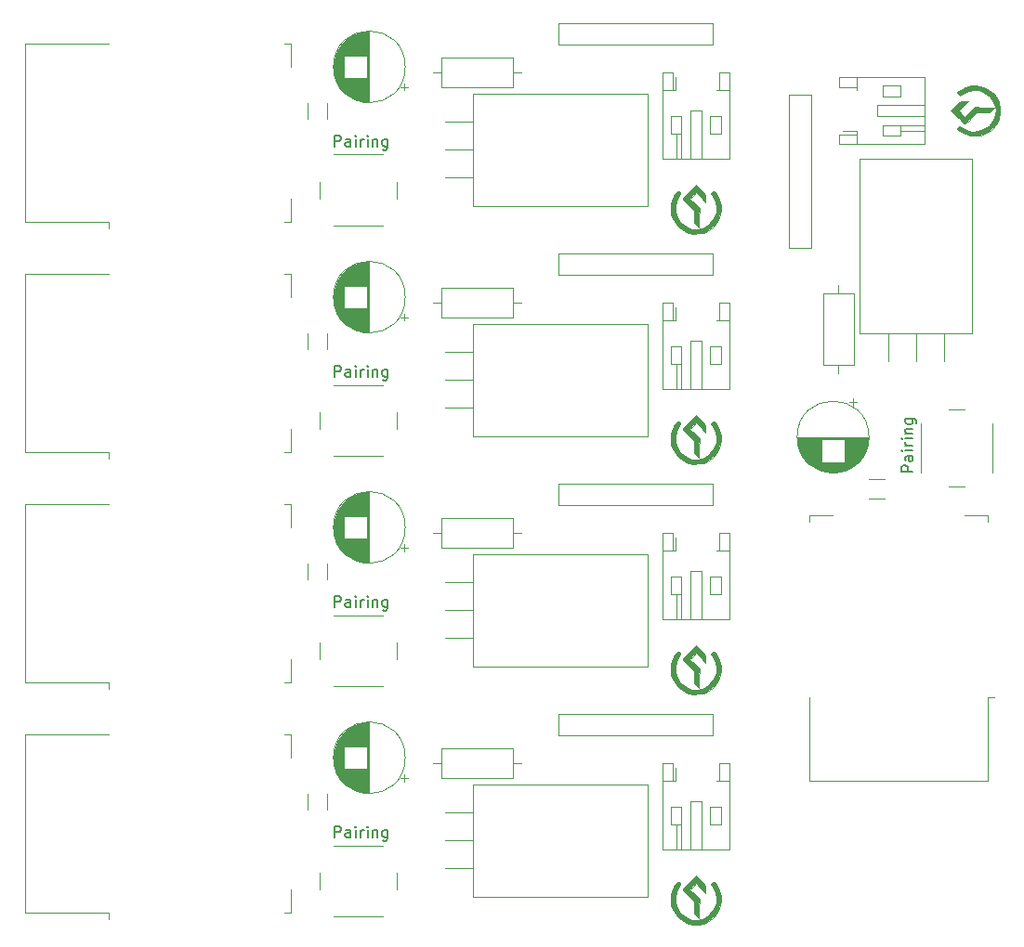
<source format=gbr>
%TF.GenerationSoftware,KiCad,Pcbnew,(5.1.9)-1*%
%TF.CreationDate,2021-03-18T16:40:49+01:00*%
%TF.ProjectId,DOORSENSOR,444f4f52-5345-44e5-934f-522e6b696361,rev?*%
%TF.SameCoordinates,Original*%
%TF.FileFunction,Legend,Top*%
%TF.FilePolarity,Positive*%
%FSLAX46Y46*%
G04 Gerber Fmt 4.6, Leading zero omitted, Abs format (unit mm)*
G04 Created by KiCad (PCBNEW (5.1.9)-1) date 2021-03-18 16:40:49*
%MOMM*%
%LPD*%
G01*
G04 APERTURE LIST*
%ADD10C,0.010000*%
%ADD11C,0.120000*%
%ADD12C,0.150000*%
G04 APERTURE END LIST*
D10*
%TO.C,G\u002A\u002A\u002A*%
G36*
X155374117Y-62506686D02*
G01*
X155377148Y-62503334D01*
X155494777Y-62398724D01*
X155599718Y-62412956D01*
X155683626Y-62469728D01*
X156184288Y-62753870D01*
X156699670Y-62886962D01*
X157211618Y-62870112D01*
X157701978Y-62704429D01*
X158152595Y-62391021D01*
X158233002Y-62314082D01*
X158586300Y-61864498D01*
X158785985Y-61389162D01*
X158832058Y-60902381D01*
X158724518Y-60418462D01*
X158463366Y-59951714D01*
X158233002Y-59685919D01*
X157792086Y-59344291D01*
X157307945Y-59150176D01*
X156798732Y-59104681D01*
X156282601Y-59208915D01*
X155777707Y-59463987D01*
X155683626Y-59530273D01*
X155550060Y-59607339D01*
X155449592Y-59570583D01*
X155377148Y-59496667D01*
X155305108Y-59404357D01*
X155306372Y-59330347D01*
X155401304Y-59241213D01*
X155610272Y-59103531D01*
X155620739Y-59096891D01*
X156105894Y-58845496D01*
X156587027Y-58724424D01*
X157121397Y-58718415D01*
X157698000Y-58840772D01*
X158216996Y-59103119D01*
X158656847Y-59490849D01*
X158996013Y-59989353D01*
X158996385Y-59990077D01*
X159119791Y-60342029D01*
X159189529Y-60773562D01*
X159201228Y-61218985D01*
X159150515Y-61612607D01*
X159112708Y-61738348D01*
X158834626Y-62277564D01*
X158449179Y-62717995D01*
X157977102Y-63044617D01*
X157439127Y-63242407D01*
X156960312Y-63297949D01*
X156469530Y-63260217D01*
X156030029Y-63125067D01*
X155619219Y-62902146D01*
X155406070Y-62762284D01*
X155307742Y-62672115D01*
X155303878Y-62598096D01*
X155374117Y-62506686D01*
G37*
X155374117Y-62506686D02*
X155377148Y-62503334D01*
X155494777Y-62398724D01*
X155599718Y-62412956D01*
X155683626Y-62469728D01*
X156184288Y-62753870D01*
X156699670Y-62886962D01*
X157211618Y-62870112D01*
X157701978Y-62704429D01*
X158152595Y-62391021D01*
X158233002Y-62314082D01*
X158586300Y-61864498D01*
X158785985Y-61389162D01*
X158832058Y-60902381D01*
X158724518Y-60418462D01*
X158463366Y-59951714D01*
X158233002Y-59685919D01*
X157792086Y-59344291D01*
X157307945Y-59150176D01*
X156798732Y-59104681D01*
X156282601Y-59208915D01*
X155777707Y-59463987D01*
X155683626Y-59530273D01*
X155550060Y-59607339D01*
X155449592Y-59570583D01*
X155377148Y-59496667D01*
X155305108Y-59404357D01*
X155306372Y-59330347D01*
X155401304Y-59241213D01*
X155610272Y-59103531D01*
X155620739Y-59096891D01*
X156105894Y-58845496D01*
X156587027Y-58724424D01*
X157121397Y-58718415D01*
X157698000Y-58840772D01*
X158216996Y-59103119D01*
X158656847Y-59490849D01*
X158996013Y-59989353D01*
X158996385Y-59990077D01*
X159119791Y-60342029D01*
X159189529Y-60773562D01*
X159201228Y-61218985D01*
X159150515Y-61612607D01*
X159112708Y-61738348D01*
X158834626Y-62277564D01*
X158449179Y-62717995D01*
X157977102Y-63044617D01*
X157439127Y-63242407D01*
X156960312Y-63297949D01*
X156469530Y-63260217D01*
X156030029Y-63125067D01*
X155619219Y-62902146D01*
X155406070Y-62762284D01*
X155307742Y-62672115D01*
X155303878Y-62598096D01*
X155374117Y-62506686D01*
G36*
X155174013Y-60563804D02*
G01*
X155403331Y-60339780D01*
X155570323Y-60208776D01*
X155719324Y-60146231D01*
X155894669Y-60127583D01*
X155962702Y-60126875D01*
X156319889Y-60126875D01*
X155889538Y-60562640D01*
X155459186Y-60998404D01*
X155730191Y-61278011D01*
X156001196Y-61557617D01*
X156891074Y-60677025D01*
X157784464Y-60699606D01*
X158677854Y-60722188D01*
X158449740Y-60940469D01*
X158309741Y-61057965D01*
X158164760Y-61123848D01*
X157962900Y-61152610D01*
X157668051Y-61158750D01*
X157114476Y-61158750D01*
X156603125Y-61674688D01*
X156369174Y-61902046D01*
X156171455Y-62078259D01*
X156039529Y-62177694D01*
X156008118Y-62190625D01*
X155920739Y-62137382D01*
X155750222Y-61993484D01*
X155523493Y-61782674D01*
X155333488Y-61595679D01*
X154742513Y-61000732D01*
X155174013Y-60563804D01*
G37*
X155174013Y-60563804D02*
X155403331Y-60339780D01*
X155570323Y-60208776D01*
X155719324Y-60146231D01*
X155894669Y-60127583D01*
X155962702Y-60126875D01*
X156319889Y-60126875D01*
X155889538Y-60562640D01*
X155459186Y-60998404D01*
X155730191Y-61278011D01*
X156001196Y-61557617D01*
X156891074Y-60677025D01*
X157784464Y-60699606D01*
X158677854Y-60722188D01*
X158449740Y-60940469D01*
X158309741Y-61057965D01*
X158164760Y-61123848D01*
X157962900Y-61152610D01*
X157668051Y-61158750D01*
X157114476Y-61158750D01*
X156603125Y-61674688D01*
X156369174Y-61902046D01*
X156171455Y-62078259D01*
X156039529Y-62177694D01*
X156008118Y-62190625D01*
X155920739Y-62137382D01*
X155750222Y-61993484D01*
X155523493Y-61782674D01*
X155333488Y-61595679D01*
X154742513Y-61000732D01*
X155174013Y-60563804D01*
G36*
X131936196Y-131174013D02*
G01*
X132160220Y-131403331D01*
X132291224Y-131570323D01*
X132353769Y-131719324D01*
X132372417Y-131894669D01*
X132373125Y-131962702D01*
X132373125Y-132319889D01*
X131937360Y-131889538D01*
X131501596Y-131459186D01*
X131221989Y-131730191D01*
X130942383Y-132001196D01*
X131822975Y-132891074D01*
X131800394Y-133784464D01*
X131777812Y-134677854D01*
X131559531Y-134449740D01*
X131442035Y-134309741D01*
X131376152Y-134164760D01*
X131347390Y-133962900D01*
X131341250Y-133668051D01*
X131341250Y-133114476D01*
X130825312Y-132603125D01*
X130597954Y-132369174D01*
X130421741Y-132171455D01*
X130322306Y-132039529D01*
X130309375Y-132008118D01*
X130362618Y-131920739D01*
X130506516Y-131750222D01*
X130717326Y-131523493D01*
X130904321Y-131333488D01*
X131499268Y-130742513D01*
X131936196Y-131174013D01*
G37*
X131936196Y-131174013D02*
X132160220Y-131403331D01*
X132291224Y-131570323D01*
X132353769Y-131719324D01*
X132372417Y-131894669D01*
X132373125Y-131962702D01*
X132373125Y-132319889D01*
X131937360Y-131889538D01*
X131501596Y-131459186D01*
X131221989Y-131730191D01*
X130942383Y-132001196D01*
X131822975Y-132891074D01*
X131800394Y-133784464D01*
X131777812Y-134677854D01*
X131559531Y-134449740D01*
X131442035Y-134309741D01*
X131376152Y-134164760D01*
X131347390Y-133962900D01*
X131341250Y-133668051D01*
X131341250Y-133114476D01*
X130825312Y-132603125D01*
X130597954Y-132369174D01*
X130421741Y-132171455D01*
X130322306Y-132039529D01*
X130309375Y-132008118D01*
X130362618Y-131920739D01*
X130506516Y-131750222D01*
X130717326Y-131523493D01*
X130904321Y-131333488D01*
X131499268Y-130742513D01*
X131936196Y-131174013D01*
G36*
X129993314Y-131374117D02*
G01*
X129996666Y-131377148D01*
X130101276Y-131494777D01*
X130087044Y-131599718D01*
X130030272Y-131683626D01*
X129746130Y-132184288D01*
X129613038Y-132699670D01*
X129629888Y-133211618D01*
X129795571Y-133701978D01*
X130108979Y-134152595D01*
X130185918Y-134233002D01*
X130635502Y-134586300D01*
X131110838Y-134785985D01*
X131597619Y-134832058D01*
X132081538Y-134724518D01*
X132548286Y-134463366D01*
X132814081Y-134233002D01*
X133155709Y-133792086D01*
X133349824Y-133307945D01*
X133395319Y-132798732D01*
X133291085Y-132282601D01*
X133036013Y-131777707D01*
X132969727Y-131683626D01*
X132892661Y-131550060D01*
X132929417Y-131449592D01*
X133003333Y-131377148D01*
X133095643Y-131305108D01*
X133169653Y-131306372D01*
X133258787Y-131401304D01*
X133396469Y-131610272D01*
X133403109Y-131620739D01*
X133654504Y-132105894D01*
X133775576Y-132587027D01*
X133781585Y-133121397D01*
X133659228Y-133698000D01*
X133396881Y-134216996D01*
X133009151Y-134656847D01*
X132510647Y-134996013D01*
X132509923Y-134996385D01*
X132157971Y-135119791D01*
X131726438Y-135189529D01*
X131281015Y-135201228D01*
X130887393Y-135150515D01*
X130761652Y-135112708D01*
X130222436Y-134834626D01*
X129782005Y-134449179D01*
X129455383Y-133977102D01*
X129257593Y-133439127D01*
X129202051Y-132960312D01*
X129239783Y-132469530D01*
X129374933Y-132030029D01*
X129597854Y-131619219D01*
X129737716Y-131406070D01*
X129827885Y-131307742D01*
X129901904Y-131303878D01*
X129993314Y-131374117D01*
G37*
X129993314Y-131374117D02*
X129996666Y-131377148D01*
X130101276Y-131494777D01*
X130087044Y-131599718D01*
X130030272Y-131683626D01*
X129746130Y-132184288D01*
X129613038Y-132699670D01*
X129629888Y-133211618D01*
X129795571Y-133701978D01*
X130108979Y-134152595D01*
X130185918Y-134233002D01*
X130635502Y-134586300D01*
X131110838Y-134785985D01*
X131597619Y-134832058D01*
X132081538Y-134724518D01*
X132548286Y-134463366D01*
X132814081Y-134233002D01*
X133155709Y-133792086D01*
X133349824Y-133307945D01*
X133395319Y-132798732D01*
X133291085Y-132282601D01*
X133036013Y-131777707D01*
X132969727Y-131683626D01*
X132892661Y-131550060D01*
X132929417Y-131449592D01*
X133003333Y-131377148D01*
X133095643Y-131305108D01*
X133169653Y-131306372D01*
X133258787Y-131401304D01*
X133396469Y-131610272D01*
X133403109Y-131620739D01*
X133654504Y-132105894D01*
X133775576Y-132587027D01*
X133781585Y-133121397D01*
X133659228Y-133698000D01*
X133396881Y-134216996D01*
X133009151Y-134656847D01*
X132510647Y-134996013D01*
X132509923Y-134996385D01*
X132157971Y-135119791D01*
X131726438Y-135189529D01*
X131281015Y-135201228D01*
X130887393Y-135150515D01*
X130761652Y-135112708D01*
X130222436Y-134834626D01*
X129782005Y-134449179D01*
X129455383Y-133977102D01*
X129257593Y-133439127D01*
X129202051Y-132960312D01*
X129239783Y-132469530D01*
X129374933Y-132030029D01*
X129597854Y-131619219D01*
X129737716Y-131406070D01*
X129827885Y-131307742D01*
X129901904Y-131303878D01*
X129993314Y-131374117D01*
G36*
X129993314Y-110374117D02*
G01*
X129996666Y-110377148D01*
X130101276Y-110494777D01*
X130087044Y-110599718D01*
X130030272Y-110683626D01*
X129746130Y-111184288D01*
X129613038Y-111699670D01*
X129629888Y-112211618D01*
X129795571Y-112701978D01*
X130108979Y-113152595D01*
X130185918Y-113233002D01*
X130635502Y-113586300D01*
X131110838Y-113785985D01*
X131597619Y-113832058D01*
X132081538Y-113724518D01*
X132548286Y-113463366D01*
X132814081Y-113233002D01*
X133155709Y-112792086D01*
X133349824Y-112307945D01*
X133395319Y-111798732D01*
X133291085Y-111282601D01*
X133036013Y-110777707D01*
X132969727Y-110683626D01*
X132892661Y-110550060D01*
X132929417Y-110449592D01*
X133003333Y-110377148D01*
X133095643Y-110305108D01*
X133169653Y-110306372D01*
X133258787Y-110401304D01*
X133396469Y-110610272D01*
X133403109Y-110620739D01*
X133654504Y-111105894D01*
X133775576Y-111587027D01*
X133781585Y-112121397D01*
X133659228Y-112698000D01*
X133396881Y-113216996D01*
X133009151Y-113656847D01*
X132510647Y-113996013D01*
X132509923Y-113996385D01*
X132157971Y-114119791D01*
X131726438Y-114189529D01*
X131281015Y-114201228D01*
X130887393Y-114150515D01*
X130761652Y-114112708D01*
X130222436Y-113834626D01*
X129782005Y-113449179D01*
X129455383Y-112977102D01*
X129257593Y-112439127D01*
X129202051Y-111960312D01*
X129239783Y-111469530D01*
X129374933Y-111030029D01*
X129597854Y-110619219D01*
X129737716Y-110406070D01*
X129827885Y-110307742D01*
X129901904Y-110303878D01*
X129993314Y-110374117D01*
G37*
X129993314Y-110374117D02*
X129996666Y-110377148D01*
X130101276Y-110494777D01*
X130087044Y-110599718D01*
X130030272Y-110683626D01*
X129746130Y-111184288D01*
X129613038Y-111699670D01*
X129629888Y-112211618D01*
X129795571Y-112701978D01*
X130108979Y-113152595D01*
X130185918Y-113233002D01*
X130635502Y-113586300D01*
X131110838Y-113785985D01*
X131597619Y-113832058D01*
X132081538Y-113724518D01*
X132548286Y-113463366D01*
X132814081Y-113233002D01*
X133155709Y-112792086D01*
X133349824Y-112307945D01*
X133395319Y-111798732D01*
X133291085Y-111282601D01*
X133036013Y-110777707D01*
X132969727Y-110683626D01*
X132892661Y-110550060D01*
X132929417Y-110449592D01*
X133003333Y-110377148D01*
X133095643Y-110305108D01*
X133169653Y-110306372D01*
X133258787Y-110401304D01*
X133396469Y-110610272D01*
X133403109Y-110620739D01*
X133654504Y-111105894D01*
X133775576Y-111587027D01*
X133781585Y-112121397D01*
X133659228Y-112698000D01*
X133396881Y-113216996D01*
X133009151Y-113656847D01*
X132510647Y-113996013D01*
X132509923Y-113996385D01*
X132157971Y-114119791D01*
X131726438Y-114189529D01*
X131281015Y-114201228D01*
X130887393Y-114150515D01*
X130761652Y-114112708D01*
X130222436Y-113834626D01*
X129782005Y-113449179D01*
X129455383Y-112977102D01*
X129257593Y-112439127D01*
X129202051Y-111960312D01*
X129239783Y-111469530D01*
X129374933Y-111030029D01*
X129597854Y-110619219D01*
X129737716Y-110406070D01*
X129827885Y-110307742D01*
X129901904Y-110303878D01*
X129993314Y-110374117D01*
G36*
X131936196Y-110174013D02*
G01*
X132160220Y-110403331D01*
X132291224Y-110570323D01*
X132353769Y-110719324D01*
X132372417Y-110894669D01*
X132373125Y-110962702D01*
X132373125Y-111319889D01*
X131937360Y-110889538D01*
X131501596Y-110459186D01*
X131221989Y-110730191D01*
X130942383Y-111001196D01*
X131822975Y-111891074D01*
X131800394Y-112784464D01*
X131777812Y-113677854D01*
X131559531Y-113449740D01*
X131442035Y-113309741D01*
X131376152Y-113164760D01*
X131347390Y-112962900D01*
X131341250Y-112668051D01*
X131341250Y-112114476D01*
X130825312Y-111603125D01*
X130597954Y-111369174D01*
X130421741Y-111171455D01*
X130322306Y-111039529D01*
X130309375Y-111008118D01*
X130362618Y-110920739D01*
X130506516Y-110750222D01*
X130717326Y-110523493D01*
X130904321Y-110333488D01*
X131499268Y-109742513D01*
X131936196Y-110174013D01*
G37*
X131936196Y-110174013D02*
X132160220Y-110403331D01*
X132291224Y-110570323D01*
X132353769Y-110719324D01*
X132372417Y-110894669D01*
X132373125Y-110962702D01*
X132373125Y-111319889D01*
X131937360Y-110889538D01*
X131501596Y-110459186D01*
X131221989Y-110730191D01*
X130942383Y-111001196D01*
X131822975Y-111891074D01*
X131800394Y-112784464D01*
X131777812Y-113677854D01*
X131559531Y-113449740D01*
X131442035Y-113309741D01*
X131376152Y-113164760D01*
X131347390Y-112962900D01*
X131341250Y-112668051D01*
X131341250Y-112114476D01*
X130825312Y-111603125D01*
X130597954Y-111369174D01*
X130421741Y-111171455D01*
X130322306Y-111039529D01*
X130309375Y-111008118D01*
X130362618Y-110920739D01*
X130506516Y-110750222D01*
X130717326Y-110523493D01*
X130904321Y-110333488D01*
X131499268Y-109742513D01*
X131936196Y-110174013D01*
G36*
X131936196Y-89174013D02*
G01*
X132160220Y-89403331D01*
X132291224Y-89570323D01*
X132353769Y-89719324D01*
X132372417Y-89894669D01*
X132373125Y-89962702D01*
X132373125Y-90319889D01*
X131937360Y-89889538D01*
X131501596Y-89459186D01*
X131221989Y-89730191D01*
X130942383Y-90001196D01*
X131822975Y-90891074D01*
X131800394Y-91784464D01*
X131777812Y-92677854D01*
X131559531Y-92449740D01*
X131442035Y-92309741D01*
X131376152Y-92164760D01*
X131347390Y-91962900D01*
X131341250Y-91668051D01*
X131341250Y-91114476D01*
X130825312Y-90603125D01*
X130597954Y-90369174D01*
X130421741Y-90171455D01*
X130322306Y-90039529D01*
X130309375Y-90008118D01*
X130362618Y-89920739D01*
X130506516Y-89750222D01*
X130717326Y-89523493D01*
X130904321Y-89333488D01*
X131499268Y-88742513D01*
X131936196Y-89174013D01*
G37*
X131936196Y-89174013D02*
X132160220Y-89403331D01*
X132291224Y-89570323D01*
X132353769Y-89719324D01*
X132372417Y-89894669D01*
X132373125Y-89962702D01*
X132373125Y-90319889D01*
X131937360Y-89889538D01*
X131501596Y-89459186D01*
X131221989Y-89730191D01*
X130942383Y-90001196D01*
X131822975Y-90891074D01*
X131800394Y-91784464D01*
X131777812Y-92677854D01*
X131559531Y-92449740D01*
X131442035Y-92309741D01*
X131376152Y-92164760D01*
X131347390Y-91962900D01*
X131341250Y-91668051D01*
X131341250Y-91114476D01*
X130825312Y-90603125D01*
X130597954Y-90369174D01*
X130421741Y-90171455D01*
X130322306Y-90039529D01*
X130309375Y-90008118D01*
X130362618Y-89920739D01*
X130506516Y-89750222D01*
X130717326Y-89523493D01*
X130904321Y-89333488D01*
X131499268Y-88742513D01*
X131936196Y-89174013D01*
G36*
X129993314Y-89374117D02*
G01*
X129996666Y-89377148D01*
X130101276Y-89494777D01*
X130087044Y-89599718D01*
X130030272Y-89683626D01*
X129746130Y-90184288D01*
X129613038Y-90699670D01*
X129629888Y-91211618D01*
X129795571Y-91701978D01*
X130108979Y-92152595D01*
X130185918Y-92233002D01*
X130635502Y-92586300D01*
X131110838Y-92785985D01*
X131597619Y-92832058D01*
X132081538Y-92724518D01*
X132548286Y-92463366D01*
X132814081Y-92233002D01*
X133155709Y-91792086D01*
X133349824Y-91307945D01*
X133395319Y-90798732D01*
X133291085Y-90282601D01*
X133036013Y-89777707D01*
X132969727Y-89683626D01*
X132892661Y-89550060D01*
X132929417Y-89449592D01*
X133003333Y-89377148D01*
X133095643Y-89305108D01*
X133169653Y-89306372D01*
X133258787Y-89401304D01*
X133396469Y-89610272D01*
X133403109Y-89620739D01*
X133654504Y-90105894D01*
X133775576Y-90587027D01*
X133781585Y-91121397D01*
X133659228Y-91698000D01*
X133396881Y-92216996D01*
X133009151Y-92656847D01*
X132510647Y-92996013D01*
X132509923Y-92996385D01*
X132157971Y-93119791D01*
X131726438Y-93189529D01*
X131281015Y-93201228D01*
X130887393Y-93150515D01*
X130761652Y-93112708D01*
X130222436Y-92834626D01*
X129782005Y-92449179D01*
X129455383Y-91977102D01*
X129257593Y-91439127D01*
X129202051Y-90960312D01*
X129239783Y-90469530D01*
X129374933Y-90030029D01*
X129597854Y-89619219D01*
X129737716Y-89406070D01*
X129827885Y-89307742D01*
X129901904Y-89303878D01*
X129993314Y-89374117D01*
G37*
X129993314Y-89374117D02*
X129996666Y-89377148D01*
X130101276Y-89494777D01*
X130087044Y-89599718D01*
X130030272Y-89683626D01*
X129746130Y-90184288D01*
X129613038Y-90699670D01*
X129629888Y-91211618D01*
X129795571Y-91701978D01*
X130108979Y-92152595D01*
X130185918Y-92233002D01*
X130635502Y-92586300D01*
X131110838Y-92785985D01*
X131597619Y-92832058D01*
X132081538Y-92724518D01*
X132548286Y-92463366D01*
X132814081Y-92233002D01*
X133155709Y-91792086D01*
X133349824Y-91307945D01*
X133395319Y-90798732D01*
X133291085Y-90282601D01*
X133036013Y-89777707D01*
X132969727Y-89683626D01*
X132892661Y-89550060D01*
X132929417Y-89449592D01*
X133003333Y-89377148D01*
X133095643Y-89305108D01*
X133169653Y-89306372D01*
X133258787Y-89401304D01*
X133396469Y-89610272D01*
X133403109Y-89620739D01*
X133654504Y-90105894D01*
X133775576Y-90587027D01*
X133781585Y-91121397D01*
X133659228Y-91698000D01*
X133396881Y-92216996D01*
X133009151Y-92656847D01*
X132510647Y-92996013D01*
X132509923Y-92996385D01*
X132157971Y-93119791D01*
X131726438Y-93189529D01*
X131281015Y-93201228D01*
X130887393Y-93150515D01*
X130761652Y-93112708D01*
X130222436Y-92834626D01*
X129782005Y-92449179D01*
X129455383Y-91977102D01*
X129257593Y-91439127D01*
X129202051Y-90960312D01*
X129239783Y-90469530D01*
X129374933Y-90030029D01*
X129597854Y-89619219D01*
X129737716Y-89406070D01*
X129827885Y-89307742D01*
X129901904Y-89303878D01*
X129993314Y-89374117D01*
D11*
%TO.C,SW2*%
X152000000Y-89500000D02*
X152000000Y-94000000D01*
X156000000Y-88250000D02*
X154500000Y-88250000D01*
X158500000Y-94000000D02*
X158500000Y-89500000D01*
X154500000Y-95250000D02*
X156000000Y-95250000D01*
%TO.C,SW1*%
X142000000Y-73500000D02*
X140000000Y-73500000D01*
X142000000Y-59500000D02*
X142000000Y-73500000D01*
X140000000Y-59500000D02*
X142000000Y-59500000D01*
X140000000Y-73500000D02*
X140000000Y-59500000D01*
%TO.C,Q1*%
X146420000Y-81310000D02*
X156660000Y-81310000D01*
X146420000Y-65420000D02*
X156660000Y-65420000D01*
X146420000Y-65420000D02*
X146420000Y-81310000D01*
X156660000Y-65420000D02*
X156660000Y-81310000D01*
X149000000Y-81310000D02*
X149000000Y-83850000D01*
X151540000Y-81310000D02*
X151540000Y-83850000D01*
X154080000Y-81310000D02*
X154080000Y-83850000D01*
%TO.C,C1*%
X147270000Y-90750000D02*
G75*
G03*
X147270000Y-90750000I-3270000J0D01*
G01*
X147230000Y-90750000D02*
X140770000Y-90750000D01*
X147230000Y-90790000D02*
X140770000Y-90790000D01*
X147230000Y-90830000D02*
X140770000Y-90830000D01*
X147228000Y-90870000D02*
X140772000Y-90870000D01*
X147227000Y-90910000D02*
X140773000Y-90910000D01*
X147224000Y-90950000D02*
X140776000Y-90950000D01*
X147222000Y-90990000D02*
X145040000Y-90990000D01*
X142960000Y-90990000D02*
X140778000Y-90990000D01*
X147218000Y-91030000D02*
X145040000Y-91030000D01*
X142960000Y-91030000D02*
X140782000Y-91030000D01*
X147215000Y-91070000D02*
X145040000Y-91070000D01*
X142960000Y-91070000D02*
X140785000Y-91070000D01*
X147211000Y-91110000D02*
X145040000Y-91110000D01*
X142960000Y-91110000D02*
X140789000Y-91110000D01*
X147206000Y-91150000D02*
X145040000Y-91150000D01*
X142960000Y-91150000D02*
X140794000Y-91150000D01*
X147201000Y-91190000D02*
X145040000Y-91190000D01*
X142960000Y-91190000D02*
X140799000Y-91190000D01*
X147195000Y-91230000D02*
X145040000Y-91230000D01*
X142960000Y-91230000D02*
X140805000Y-91230000D01*
X147189000Y-91270000D02*
X145040000Y-91270000D01*
X142960000Y-91270000D02*
X140811000Y-91270000D01*
X147182000Y-91310000D02*
X145040000Y-91310000D01*
X142960000Y-91310000D02*
X140818000Y-91310000D01*
X147175000Y-91350000D02*
X145040000Y-91350000D01*
X142960000Y-91350000D02*
X140825000Y-91350000D01*
X147167000Y-91390000D02*
X145040000Y-91390000D01*
X142960000Y-91390000D02*
X140833000Y-91390000D01*
X147159000Y-91430000D02*
X145040000Y-91430000D01*
X142960000Y-91430000D02*
X140841000Y-91430000D01*
X147150000Y-91471000D02*
X145040000Y-91471000D01*
X142960000Y-91471000D02*
X140850000Y-91471000D01*
X147141000Y-91511000D02*
X145040000Y-91511000D01*
X142960000Y-91511000D02*
X140859000Y-91511000D01*
X147131000Y-91551000D02*
X145040000Y-91551000D01*
X142960000Y-91551000D02*
X140869000Y-91551000D01*
X147121000Y-91591000D02*
X145040000Y-91591000D01*
X142960000Y-91591000D02*
X140879000Y-91591000D01*
X147110000Y-91631000D02*
X145040000Y-91631000D01*
X142960000Y-91631000D02*
X140890000Y-91631000D01*
X147098000Y-91671000D02*
X145040000Y-91671000D01*
X142960000Y-91671000D02*
X140902000Y-91671000D01*
X147086000Y-91711000D02*
X145040000Y-91711000D01*
X142960000Y-91711000D02*
X140914000Y-91711000D01*
X147074000Y-91751000D02*
X145040000Y-91751000D01*
X142960000Y-91751000D02*
X140926000Y-91751000D01*
X147061000Y-91791000D02*
X145040000Y-91791000D01*
X142960000Y-91791000D02*
X140939000Y-91791000D01*
X147047000Y-91831000D02*
X145040000Y-91831000D01*
X142960000Y-91831000D02*
X140953000Y-91831000D01*
X147033000Y-91871000D02*
X145040000Y-91871000D01*
X142960000Y-91871000D02*
X140967000Y-91871000D01*
X147018000Y-91911000D02*
X145040000Y-91911000D01*
X142960000Y-91911000D02*
X140982000Y-91911000D01*
X147002000Y-91951000D02*
X145040000Y-91951000D01*
X142960000Y-91951000D02*
X140998000Y-91951000D01*
X146986000Y-91991000D02*
X145040000Y-91991000D01*
X142960000Y-91991000D02*
X141014000Y-91991000D01*
X146970000Y-92031000D02*
X145040000Y-92031000D01*
X142960000Y-92031000D02*
X141030000Y-92031000D01*
X146952000Y-92071000D02*
X145040000Y-92071000D01*
X142960000Y-92071000D02*
X141048000Y-92071000D01*
X146934000Y-92111000D02*
X145040000Y-92111000D01*
X142960000Y-92111000D02*
X141066000Y-92111000D01*
X146916000Y-92151000D02*
X145040000Y-92151000D01*
X142960000Y-92151000D02*
X141084000Y-92151000D01*
X146896000Y-92191000D02*
X145040000Y-92191000D01*
X142960000Y-92191000D02*
X141104000Y-92191000D01*
X146876000Y-92231000D02*
X145040000Y-92231000D01*
X142960000Y-92231000D02*
X141124000Y-92231000D01*
X146856000Y-92271000D02*
X145040000Y-92271000D01*
X142960000Y-92271000D02*
X141144000Y-92271000D01*
X146834000Y-92311000D02*
X145040000Y-92311000D01*
X142960000Y-92311000D02*
X141166000Y-92311000D01*
X146812000Y-92351000D02*
X145040000Y-92351000D01*
X142960000Y-92351000D02*
X141188000Y-92351000D01*
X146790000Y-92391000D02*
X145040000Y-92391000D01*
X142960000Y-92391000D02*
X141210000Y-92391000D01*
X146766000Y-92431000D02*
X145040000Y-92431000D01*
X142960000Y-92431000D02*
X141234000Y-92431000D01*
X146742000Y-92471000D02*
X145040000Y-92471000D01*
X142960000Y-92471000D02*
X141258000Y-92471000D01*
X146716000Y-92511000D02*
X145040000Y-92511000D01*
X142960000Y-92511000D02*
X141284000Y-92511000D01*
X146690000Y-92551000D02*
X145040000Y-92551000D01*
X142960000Y-92551000D02*
X141310000Y-92551000D01*
X146664000Y-92591000D02*
X145040000Y-92591000D01*
X142960000Y-92591000D02*
X141336000Y-92591000D01*
X146636000Y-92631000D02*
X145040000Y-92631000D01*
X142960000Y-92631000D02*
X141364000Y-92631000D01*
X146607000Y-92671000D02*
X145040000Y-92671000D01*
X142960000Y-92671000D02*
X141393000Y-92671000D01*
X146578000Y-92711000D02*
X145040000Y-92711000D01*
X142960000Y-92711000D02*
X141422000Y-92711000D01*
X146548000Y-92751000D02*
X145040000Y-92751000D01*
X142960000Y-92751000D02*
X141452000Y-92751000D01*
X146516000Y-92791000D02*
X145040000Y-92791000D01*
X142960000Y-92791000D02*
X141484000Y-92791000D01*
X146484000Y-92831000D02*
X145040000Y-92831000D01*
X142960000Y-92831000D02*
X141516000Y-92831000D01*
X146450000Y-92871000D02*
X145040000Y-92871000D01*
X142960000Y-92871000D02*
X141550000Y-92871000D01*
X146416000Y-92911000D02*
X145040000Y-92911000D01*
X142960000Y-92911000D02*
X141584000Y-92911000D01*
X146380000Y-92951000D02*
X145040000Y-92951000D01*
X142960000Y-92951000D02*
X141620000Y-92951000D01*
X146343000Y-92991000D02*
X145040000Y-92991000D01*
X142960000Y-92991000D02*
X141657000Y-92991000D01*
X146305000Y-93031000D02*
X145040000Y-93031000D01*
X142960000Y-93031000D02*
X141695000Y-93031000D01*
X146265000Y-93071000D02*
X141735000Y-93071000D01*
X146224000Y-93111000D02*
X141776000Y-93111000D01*
X146182000Y-93151000D02*
X141818000Y-93151000D01*
X146137000Y-93191000D02*
X141863000Y-93191000D01*
X146092000Y-93231000D02*
X141908000Y-93231000D01*
X146044000Y-93271000D02*
X141956000Y-93271000D01*
X145995000Y-93311000D02*
X142005000Y-93311000D01*
X145944000Y-93351000D02*
X142056000Y-93351000D01*
X145890000Y-93391000D02*
X142110000Y-93391000D01*
X145834000Y-93431000D02*
X142166000Y-93431000D01*
X145776000Y-93471000D02*
X142224000Y-93471000D01*
X145714000Y-93511000D02*
X142286000Y-93511000D01*
X145650000Y-93551000D02*
X142350000Y-93551000D01*
X145581000Y-93591000D02*
X142419000Y-93591000D01*
X145509000Y-93631000D02*
X142491000Y-93631000D01*
X145432000Y-93671000D02*
X142568000Y-93671000D01*
X145350000Y-93711000D02*
X142650000Y-93711000D01*
X145262000Y-93751000D02*
X142738000Y-93751000D01*
X145165000Y-93791000D02*
X142835000Y-93791000D01*
X145059000Y-93831000D02*
X142941000Y-93831000D01*
X144940000Y-93871000D02*
X143060000Y-93871000D01*
X144802000Y-93911000D02*
X143198000Y-93911000D01*
X144633000Y-93951000D02*
X143367000Y-93951000D01*
X144402000Y-93991000D02*
X143598000Y-93991000D01*
X145839000Y-87249759D02*
X145839000Y-87879759D01*
X146154000Y-87564759D02*
X145524000Y-87564759D01*
%TO.C,U1*%
X158120000Y-122120000D02*
X141880000Y-122120000D01*
X141880000Y-122120000D02*
X141880000Y-114500000D01*
X141880000Y-98500000D02*
X141880000Y-97880000D01*
X141880000Y-97880000D02*
X144000000Y-97880000D01*
X156000000Y-97880000D02*
X158120000Y-97880000D01*
X158120000Y-97880000D02*
X158120000Y-98500000D01*
X158120000Y-114500000D02*
X158120000Y-122120000D01*
X158120000Y-114500000D02*
X158730000Y-114500000D01*
%TO.C,R1*%
X143130000Y-84190000D02*
X145870000Y-84190000D01*
X145870000Y-84190000D02*
X145870000Y-77650000D01*
X145870000Y-77650000D02*
X143130000Y-77650000D01*
X143130000Y-77650000D02*
X143130000Y-84190000D01*
X144500000Y-84960000D02*
X144500000Y-84190000D01*
X144500000Y-76880000D02*
X144500000Y-77650000D01*
%TO.C,J4*%
X146140000Y-62860000D02*
X146140000Y-63140000D01*
X146140000Y-63140000D02*
X144540000Y-63140000D01*
X144540000Y-63140000D02*
X144540000Y-64060000D01*
X144540000Y-64060000D02*
X152360000Y-64060000D01*
X152360000Y-64060000D02*
X152360000Y-57940000D01*
X152360000Y-57940000D02*
X144540000Y-57940000D01*
X144540000Y-57940000D02*
X144540000Y-58860000D01*
X144540000Y-58860000D02*
X146140000Y-58860000D01*
X146140000Y-58860000D02*
X146140000Y-59140000D01*
X152360000Y-61500000D02*
X148000000Y-61500000D01*
X148000000Y-61500000D02*
X148000000Y-60500000D01*
X148000000Y-60500000D02*
X152360000Y-60500000D01*
X146140000Y-64060000D02*
X146140000Y-63140000D01*
X146140000Y-57940000D02*
X146140000Y-58860000D01*
X148500000Y-63300000D02*
X150100000Y-63300000D01*
X150100000Y-63300000D02*
X150100000Y-62300000D01*
X150100000Y-62300000D02*
X148500000Y-62300000D01*
X148500000Y-62300000D02*
X148500000Y-63300000D01*
X148500000Y-58700000D02*
X150100000Y-58700000D01*
X150100000Y-58700000D02*
X150100000Y-59700000D01*
X150100000Y-59700000D02*
X148500000Y-59700000D01*
X148500000Y-59700000D02*
X148500000Y-58700000D01*
X150100000Y-62300000D02*
X152360000Y-62300000D01*
X150100000Y-62800000D02*
X152360000Y-62800000D01*
X146140000Y-62860000D02*
X144925000Y-62860000D01*
%TO.C,C2*%
X147288748Y-94590000D02*
X148711252Y-94590000D01*
X147288748Y-96410000D02*
X148711252Y-96410000D01*
%TO.C,SW1*%
X119000000Y-118000000D02*
X119000000Y-116000000D01*
X133000000Y-118000000D02*
X119000000Y-118000000D01*
X133000000Y-116000000D02*
X133000000Y-118000000D01*
X119000000Y-116000000D02*
X133000000Y-116000000D01*
%TO.C,C1*%
X105020000Y-120000000D02*
G75*
G03*
X105020000Y-120000000I-3270000J0D01*
G01*
X101750000Y-123230000D02*
X101750000Y-116770000D01*
X101710000Y-123230000D02*
X101710000Y-116770000D01*
X101670000Y-123230000D02*
X101670000Y-116770000D01*
X101630000Y-123228000D02*
X101630000Y-116772000D01*
X101590000Y-123227000D02*
X101590000Y-116773000D01*
X101550000Y-123224000D02*
X101550000Y-116776000D01*
X101510000Y-123222000D02*
X101510000Y-121040000D01*
X101510000Y-118960000D02*
X101510000Y-116778000D01*
X101470000Y-123218000D02*
X101470000Y-121040000D01*
X101470000Y-118960000D02*
X101470000Y-116782000D01*
X101430000Y-123215000D02*
X101430000Y-121040000D01*
X101430000Y-118960000D02*
X101430000Y-116785000D01*
X101390000Y-123211000D02*
X101390000Y-121040000D01*
X101390000Y-118960000D02*
X101390000Y-116789000D01*
X101350000Y-123206000D02*
X101350000Y-121040000D01*
X101350000Y-118960000D02*
X101350000Y-116794000D01*
X101310000Y-123201000D02*
X101310000Y-121040000D01*
X101310000Y-118960000D02*
X101310000Y-116799000D01*
X101270000Y-123195000D02*
X101270000Y-121040000D01*
X101270000Y-118960000D02*
X101270000Y-116805000D01*
X101230000Y-123189000D02*
X101230000Y-121040000D01*
X101230000Y-118960000D02*
X101230000Y-116811000D01*
X101190000Y-123182000D02*
X101190000Y-121040000D01*
X101190000Y-118960000D02*
X101190000Y-116818000D01*
X101150000Y-123175000D02*
X101150000Y-121040000D01*
X101150000Y-118960000D02*
X101150000Y-116825000D01*
X101110000Y-123167000D02*
X101110000Y-121040000D01*
X101110000Y-118960000D02*
X101110000Y-116833000D01*
X101070000Y-123159000D02*
X101070000Y-121040000D01*
X101070000Y-118960000D02*
X101070000Y-116841000D01*
X101029000Y-123150000D02*
X101029000Y-121040000D01*
X101029000Y-118960000D02*
X101029000Y-116850000D01*
X100989000Y-123141000D02*
X100989000Y-121040000D01*
X100989000Y-118960000D02*
X100989000Y-116859000D01*
X100949000Y-123131000D02*
X100949000Y-121040000D01*
X100949000Y-118960000D02*
X100949000Y-116869000D01*
X100909000Y-123121000D02*
X100909000Y-121040000D01*
X100909000Y-118960000D02*
X100909000Y-116879000D01*
X100869000Y-123110000D02*
X100869000Y-121040000D01*
X100869000Y-118960000D02*
X100869000Y-116890000D01*
X100829000Y-123098000D02*
X100829000Y-121040000D01*
X100829000Y-118960000D02*
X100829000Y-116902000D01*
X100789000Y-123086000D02*
X100789000Y-121040000D01*
X100789000Y-118960000D02*
X100789000Y-116914000D01*
X100749000Y-123074000D02*
X100749000Y-121040000D01*
X100749000Y-118960000D02*
X100749000Y-116926000D01*
X100709000Y-123061000D02*
X100709000Y-121040000D01*
X100709000Y-118960000D02*
X100709000Y-116939000D01*
X100669000Y-123047000D02*
X100669000Y-121040000D01*
X100669000Y-118960000D02*
X100669000Y-116953000D01*
X100629000Y-123033000D02*
X100629000Y-121040000D01*
X100629000Y-118960000D02*
X100629000Y-116967000D01*
X100589000Y-123018000D02*
X100589000Y-121040000D01*
X100589000Y-118960000D02*
X100589000Y-116982000D01*
X100549000Y-123002000D02*
X100549000Y-121040000D01*
X100549000Y-118960000D02*
X100549000Y-116998000D01*
X100509000Y-122986000D02*
X100509000Y-121040000D01*
X100509000Y-118960000D02*
X100509000Y-117014000D01*
X100469000Y-122970000D02*
X100469000Y-121040000D01*
X100469000Y-118960000D02*
X100469000Y-117030000D01*
X100429000Y-122952000D02*
X100429000Y-121040000D01*
X100429000Y-118960000D02*
X100429000Y-117048000D01*
X100389000Y-122934000D02*
X100389000Y-121040000D01*
X100389000Y-118960000D02*
X100389000Y-117066000D01*
X100349000Y-122916000D02*
X100349000Y-121040000D01*
X100349000Y-118960000D02*
X100349000Y-117084000D01*
X100309000Y-122896000D02*
X100309000Y-121040000D01*
X100309000Y-118960000D02*
X100309000Y-117104000D01*
X100269000Y-122876000D02*
X100269000Y-121040000D01*
X100269000Y-118960000D02*
X100269000Y-117124000D01*
X100229000Y-122856000D02*
X100229000Y-121040000D01*
X100229000Y-118960000D02*
X100229000Y-117144000D01*
X100189000Y-122834000D02*
X100189000Y-121040000D01*
X100189000Y-118960000D02*
X100189000Y-117166000D01*
X100149000Y-122812000D02*
X100149000Y-121040000D01*
X100149000Y-118960000D02*
X100149000Y-117188000D01*
X100109000Y-122790000D02*
X100109000Y-121040000D01*
X100109000Y-118960000D02*
X100109000Y-117210000D01*
X100069000Y-122766000D02*
X100069000Y-121040000D01*
X100069000Y-118960000D02*
X100069000Y-117234000D01*
X100029000Y-122742000D02*
X100029000Y-121040000D01*
X100029000Y-118960000D02*
X100029000Y-117258000D01*
X99989000Y-122716000D02*
X99989000Y-121040000D01*
X99989000Y-118960000D02*
X99989000Y-117284000D01*
X99949000Y-122690000D02*
X99949000Y-121040000D01*
X99949000Y-118960000D02*
X99949000Y-117310000D01*
X99909000Y-122664000D02*
X99909000Y-121040000D01*
X99909000Y-118960000D02*
X99909000Y-117336000D01*
X99869000Y-122636000D02*
X99869000Y-121040000D01*
X99869000Y-118960000D02*
X99869000Y-117364000D01*
X99829000Y-122607000D02*
X99829000Y-121040000D01*
X99829000Y-118960000D02*
X99829000Y-117393000D01*
X99789000Y-122578000D02*
X99789000Y-121040000D01*
X99789000Y-118960000D02*
X99789000Y-117422000D01*
X99749000Y-122548000D02*
X99749000Y-121040000D01*
X99749000Y-118960000D02*
X99749000Y-117452000D01*
X99709000Y-122516000D02*
X99709000Y-121040000D01*
X99709000Y-118960000D02*
X99709000Y-117484000D01*
X99669000Y-122484000D02*
X99669000Y-121040000D01*
X99669000Y-118960000D02*
X99669000Y-117516000D01*
X99629000Y-122450000D02*
X99629000Y-121040000D01*
X99629000Y-118960000D02*
X99629000Y-117550000D01*
X99589000Y-122416000D02*
X99589000Y-121040000D01*
X99589000Y-118960000D02*
X99589000Y-117584000D01*
X99549000Y-122380000D02*
X99549000Y-121040000D01*
X99549000Y-118960000D02*
X99549000Y-117620000D01*
X99509000Y-122343000D02*
X99509000Y-121040000D01*
X99509000Y-118960000D02*
X99509000Y-117657000D01*
X99469000Y-122305000D02*
X99469000Y-121040000D01*
X99469000Y-118960000D02*
X99469000Y-117695000D01*
X99429000Y-122265000D02*
X99429000Y-117735000D01*
X99389000Y-122224000D02*
X99389000Y-117776000D01*
X99349000Y-122182000D02*
X99349000Y-117818000D01*
X99309000Y-122137000D02*
X99309000Y-117863000D01*
X99269000Y-122092000D02*
X99269000Y-117908000D01*
X99229000Y-122044000D02*
X99229000Y-117956000D01*
X99189000Y-121995000D02*
X99189000Y-118005000D01*
X99149000Y-121944000D02*
X99149000Y-118056000D01*
X99109000Y-121890000D02*
X99109000Y-118110000D01*
X99069000Y-121834000D02*
X99069000Y-118166000D01*
X99029000Y-121776000D02*
X99029000Y-118224000D01*
X98989000Y-121714000D02*
X98989000Y-118286000D01*
X98949000Y-121650000D02*
X98949000Y-118350000D01*
X98909000Y-121581000D02*
X98909000Y-118419000D01*
X98869000Y-121509000D02*
X98869000Y-118491000D01*
X98829000Y-121432000D02*
X98829000Y-118568000D01*
X98789000Y-121350000D02*
X98789000Y-118650000D01*
X98749000Y-121262000D02*
X98749000Y-118738000D01*
X98709000Y-121165000D02*
X98709000Y-118835000D01*
X98669000Y-121059000D02*
X98669000Y-118941000D01*
X98629000Y-120940000D02*
X98629000Y-119060000D01*
X98589000Y-120802000D02*
X98589000Y-119198000D01*
X98549000Y-120633000D02*
X98549000Y-119367000D01*
X98509000Y-120402000D02*
X98509000Y-119598000D01*
X105250241Y-121839000D02*
X104620241Y-121839000D01*
X104935241Y-122154000D02*
X104935241Y-121524000D01*
%TO.C,J4*%
X129640000Y-122140000D02*
X129360000Y-122140000D01*
X129360000Y-122140000D02*
X129360000Y-120540000D01*
X129360000Y-120540000D02*
X128440000Y-120540000D01*
X128440000Y-120540000D02*
X128440000Y-128360000D01*
X128440000Y-128360000D02*
X134560000Y-128360000D01*
X134560000Y-128360000D02*
X134560000Y-120540000D01*
X134560000Y-120540000D02*
X133640000Y-120540000D01*
X133640000Y-120540000D02*
X133640000Y-122140000D01*
X133640000Y-122140000D02*
X133360000Y-122140000D01*
X131000000Y-128360000D02*
X131000000Y-124000000D01*
X131000000Y-124000000D02*
X132000000Y-124000000D01*
X132000000Y-124000000D02*
X132000000Y-128360000D01*
X128440000Y-122140000D02*
X129360000Y-122140000D01*
X134560000Y-122140000D02*
X133640000Y-122140000D01*
X129200000Y-124500000D02*
X129200000Y-126100000D01*
X129200000Y-126100000D02*
X130200000Y-126100000D01*
X130200000Y-126100000D02*
X130200000Y-124500000D01*
X130200000Y-124500000D02*
X129200000Y-124500000D01*
X133800000Y-124500000D02*
X133800000Y-126100000D01*
X133800000Y-126100000D02*
X132800000Y-126100000D01*
X132800000Y-126100000D02*
X132800000Y-124500000D01*
X132800000Y-124500000D02*
X133800000Y-124500000D01*
X130200000Y-126100000D02*
X130200000Y-128360000D01*
X129700000Y-126100000D02*
X129700000Y-128360000D01*
X129640000Y-122140000D02*
X129640000Y-120925000D01*
%TO.C,SW2*%
X103000000Y-128000000D02*
X98500000Y-128000000D01*
X104250000Y-132000000D02*
X104250000Y-130500000D01*
X98500000Y-134500000D02*
X103000000Y-134500000D01*
X97250000Y-130500000D02*
X97250000Y-132000000D01*
%TO.C,C2*%
X97910000Y-123288748D02*
X97910000Y-124711252D01*
X96090000Y-123288748D02*
X96090000Y-124711252D01*
%TO.C,U1*%
X70380000Y-134120000D02*
X70380000Y-117880000D01*
X70380000Y-117880000D02*
X78000000Y-117880000D01*
X94000000Y-117880000D02*
X94620000Y-117880000D01*
X94620000Y-117880000D02*
X94620000Y-120000000D01*
X94620000Y-132000000D02*
X94620000Y-134120000D01*
X94620000Y-134120000D02*
X94000000Y-134120000D01*
X78000000Y-134120000D02*
X70380000Y-134120000D01*
X78000000Y-134120000D02*
X78000000Y-134730000D01*
%TO.C,Q1*%
X111190000Y-122420000D02*
X111190000Y-132660000D01*
X127080000Y-122420000D02*
X127080000Y-132660000D01*
X127080000Y-122420000D02*
X111190000Y-122420000D01*
X127080000Y-132660000D02*
X111190000Y-132660000D01*
X111190000Y-125000000D02*
X108650000Y-125000000D01*
X111190000Y-127540000D02*
X108650000Y-127540000D01*
X111190000Y-130080000D02*
X108650000Y-130080000D01*
%TO.C,R1*%
X108310000Y-119130000D02*
X108310000Y-121870000D01*
X108310000Y-121870000D02*
X114850000Y-121870000D01*
X114850000Y-121870000D02*
X114850000Y-119130000D01*
X114850000Y-119130000D02*
X108310000Y-119130000D01*
X107540000Y-120500000D02*
X108310000Y-120500000D01*
X115620000Y-120500000D02*
X114850000Y-120500000D01*
%TO.C,SW2*%
X97250000Y-109500000D02*
X97250000Y-111000000D01*
X98500000Y-113500000D02*
X103000000Y-113500000D01*
X104250000Y-111000000D02*
X104250000Y-109500000D01*
X103000000Y-107000000D02*
X98500000Y-107000000D01*
%TO.C,C2*%
X96090000Y-102288748D02*
X96090000Y-103711252D01*
X97910000Y-102288748D02*
X97910000Y-103711252D01*
%TO.C,Q1*%
X111190000Y-109080000D02*
X108650000Y-109080000D01*
X111190000Y-106540000D02*
X108650000Y-106540000D01*
X111190000Y-104000000D02*
X108650000Y-104000000D01*
X127080000Y-111660000D02*
X111190000Y-111660000D01*
X127080000Y-101420000D02*
X111190000Y-101420000D01*
X127080000Y-101420000D02*
X127080000Y-111660000D01*
X111190000Y-101420000D02*
X111190000Y-111660000D01*
%TO.C,C1*%
X104935241Y-101154000D02*
X104935241Y-100524000D01*
X105250241Y-100839000D02*
X104620241Y-100839000D01*
X98509000Y-99402000D02*
X98509000Y-98598000D01*
X98549000Y-99633000D02*
X98549000Y-98367000D01*
X98589000Y-99802000D02*
X98589000Y-98198000D01*
X98629000Y-99940000D02*
X98629000Y-98060000D01*
X98669000Y-100059000D02*
X98669000Y-97941000D01*
X98709000Y-100165000D02*
X98709000Y-97835000D01*
X98749000Y-100262000D02*
X98749000Y-97738000D01*
X98789000Y-100350000D02*
X98789000Y-97650000D01*
X98829000Y-100432000D02*
X98829000Y-97568000D01*
X98869000Y-100509000D02*
X98869000Y-97491000D01*
X98909000Y-100581000D02*
X98909000Y-97419000D01*
X98949000Y-100650000D02*
X98949000Y-97350000D01*
X98989000Y-100714000D02*
X98989000Y-97286000D01*
X99029000Y-100776000D02*
X99029000Y-97224000D01*
X99069000Y-100834000D02*
X99069000Y-97166000D01*
X99109000Y-100890000D02*
X99109000Y-97110000D01*
X99149000Y-100944000D02*
X99149000Y-97056000D01*
X99189000Y-100995000D02*
X99189000Y-97005000D01*
X99229000Y-101044000D02*
X99229000Y-96956000D01*
X99269000Y-101092000D02*
X99269000Y-96908000D01*
X99309000Y-101137000D02*
X99309000Y-96863000D01*
X99349000Y-101182000D02*
X99349000Y-96818000D01*
X99389000Y-101224000D02*
X99389000Y-96776000D01*
X99429000Y-101265000D02*
X99429000Y-96735000D01*
X99469000Y-97960000D02*
X99469000Y-96695000D01*
X99469000Y-101305000D02*
X99469000Y-100040000D01*
X99509000Y-97960000D02*
X99509000Y-96657000D01*
X99509000Y-101343000D02*
X99509000Y-100040000D01*
X99549000Y-97960000D02*
X99549000Y-96620000D01*
X99549000Y-101380000D02*
X99549000Y-100040000D01*
X99589000Y-97960000D02*
X99589000Y-96584000D01*
X99589000Y-101416000D02*
X99589000Y-100040000D01*
X99629000Y-97960000D02*
X99629000Y-96550000D01*
X99629000Y-101450000D02*
X99629000Y-100040000D01*
X99669000Y-97960000D02*
X99669000Y-96516000D01*
X99669000Y-101484000D02*
X99669000Y-100040000D01*
X99709000Y-97960000D02*
X99709000Y-96484000D01*
X99709000Y-101516000D02*
X99709000Y-100040000D01*
X99749000Y-97960000D02*
X99749000Y-96452000D01*
X99749000Y-101548000D02*
X99749000Y-100040000D01*
X99789000Y-97960000D02*
X99789000Y-96422000D01*
X99789000Y-101578000D02*
X99789000Y-100040000D01*
X99829000Y-97960000D02*
X99829000Y-96393000D01*
X99829000Y-101607000D02*
X99829000Y-100040000D01*
X99869000Y-97960000D02*
X99869000Y-96364000D01*
X99869000Y-101636000D02*
X99869000Y-100040000D01*
X99909000Y-97960000D02*
X99909000Y-96336000D01*
X99909000Y-101664000D02*
X99909000Y-100040000D01*
X99949000Y-97960000D02*
X99949000Y-96310000D01*
X99949000Y-101690000D02*
X99949000Y-100040000D01*
X99989000Y-97960000D02*
X99989000Y-96284000D01*
X99989000Y-101716000D02*
X99989000Y-100040000D01*
X100029000Y-97960000D02*
X100029000Y-96258000D01*
X100029000Y-101742000D02*
X100029000Y-100040000D01*
X100069000Y-97960000D02*
X100069000Y-96234000D01*
X100069000Y-101766000D02*
X100069000Y-100040000D01*
X100109000Y-97960000D02*
X100109000Y-96210000D01*
X100109000Y-101790000D02*
X100109000Y-100040000D01*
X100149000Y-97960000D02*
X100149000Y-96188000D01*
X100149000Y-101812000D02*
X100149000Y-100040000D01*
X100189000Y-97960000D02*
X100189000Y-96166000D01*
X100189000Y-101834000D02*
X100189000Y-100040000D01*
X100229000Y-97960000D02*
X100229000Y-96144000D01*
X100229000Y-101856000D02*
X100229000Y-100040000D01*
X100269000Y-97960000D02*
X100269000Y-96124000D01*
X100269000Y-101876000D02*
X100269000Y-100040000D01*
X100309000Y-97960000D02*
X100309000Y-96104000D01*
X100309000Y-101896000D02*
X100309000Y-100040000D01*
X100349000Y-97960000D02*
X100349000Y-96084000D01*
X100349000Y-101916000D02*
X100349000Y-100040000D01*
X100389000Y-97960000D02*
X100389000Y-96066000D01*
X100389000Y-101934000D02*
X100389000Y-100040000D01*
X100429000Y-97960000D02*
X100429000Y-96048000D01*
X100429000Y-101952000D02*
X100429000Y-100040000D01*
X100469000Y-97960000D02*
X100469000Y-96030000D01*
X100469000Y-101970000D02*
X100469000Y-100040000D01*
X100509000Y-97960000D02*
X100509000Y-96014000D01*
X100509000Y-101986000D02*
X100509000Y-100040000D01*
X100549000Y-97960000D02*
X100549000Y-95998000D01*
X100549000Y-102002000D02*
X100549000Y-100040000D01*
X100589000Y-97960000D02*
X100589000Y-95982000D01*
X100589000Y-102018000D02*
X100589000Y-100040000D01*
X100629000Y-97960000D02*
X100629000Y-95967000D01*
X100629000Y-102033000D02*
X100629000Y-100040000D01*
X100669000Y-97960000D02*
X100669000Y-95953000D01*
X100669000Y-102047000D02*
X100669000Y-100040000D01*
X100709000Y-97960000D02*
X100709000Y-95939000D01*
X100709000Y-102061000D02*
X100709000Y-100040000D01*
X100749000Y-97960000D02*
X100749000Y-95926000D01*
X100749000Y-102074000D02*
X100749000Y-100040000D01*
X100789000Y-97960000D02*
X100789000Y-95914000D01*
X100789000Y-102086000D02*
X100789000Y-100040000D01*
X100829000Y-97960000D02*
X100829000Y-95902000D01*
X100829000Y-102098000D02*
X100829000Y-100040000D01*
X100869000Y-97960000D02*
X100869000Y-95890000D01*
X100869000Y-102110000D02*
X100869000Y-100040000D01*
X100909000Y-97960000D02*
X100909000Y-95879000D01*
X100909000Y-102121000D02*
X100909000Y-100040000D01*
X100949000Y-97960000D02*
X100949000Y-95869000D01*
X100949000Y-102131000D02*
X100949000Y-100040000D01*
X100989000Y-97960000D02*
X100989000Y-95859000D01*
X100989000Y-102141000D02*
X100989000Y-100040000D01*
X101029000Y-97960000D02*
X101029000Y-95850000D01*
X101029000Y-102150000D02*
X101029000Y-100040000D01*
X101070000Y-97960000D02*
X101070000Y-95841000D01*
X101070000Y-102159000D02*
X101070000Y-100040000D01*
X101110000Y-97960000D02*
X101110000Y-95833000D01*
X101110000Y-102167000D02*
X101110000Y-100040000D01*
X101150000Y-97960000D02*
X101150000Y-95825000D01*
X101150000Y-102175000D02*
X101150000Y-100040000D01*
X101190000Y-97960000D02*
X101190000Y-95818000D01*
X101190000Y-102182000D02*
X101190000Y-100040000D01*
X101230000Y-97960000D02*
X101230000Y-95811000D01*
X101230000Y-102189000D02*
X101230000Y-100040000D01*
X101270000Y-97960000D02*
X101270000Y-95805000D01*
X101270000Y-102195000D02*
X101270000Y-100040000D01*
X101310000Y-97960000D02*
X101310000Y-95799000D01*
X101310000Y-102201000D02*
X101310000Y-100040000D01*
X101350000Y-97960000D02*
X101350000Y-95794000D01*
X101350000Y-102206000D02*
X101350000Y-100040000D01*
X101390000Y-97960000D02*
X101390000Y-95789000D01*
X101390000Y-102211000D02*
X101390000Y-100040000D01*
X101430000Y-97960000D02*
X101430000Y-95785000D01*
X101430000Y-102215000D02*
X101430000Y-100040000D01*
X101470000Y-97960000D02*
X101470000Y-95782000D01*
X101470000Y-102218000D02*
X101470000Y-100040000D01*
X101510000Y-97960000D02*
X101510000Y-95778000D01*
X101510000Y-102222000D02*
X101510000Y-100040000D01*
X101550000Y-102224000D02*
X101550000Y-95776000D01*
X101590000Y-102227000D02*
X101590000Y-95773000D01*
X101630000Y-102228000D02*
X101630000Y-95772000D01*
X101670000Y-102230000D02*
X101670000Y-95770000D01*
X101710000Y-102230000D02*
X101710000Y-95770000D01*
X101750000Y-102230000D02*
X101750000Y-95770000D01*
X105020000Y-99000000D02*
G75*
G03*
X105020000Y-99000000I-3270000J0D01*
G01*
%TO.C,R1*%
X115620000Y-99500000D02*
X114850000Y-99500000D01*
X107540000Y-99500000D02*
X108310000Y-99500000D01*
X114850000Y-98130000D02*
X108310000Y-98130000D01*
X114850000Y-100870000D02*
X114850000Y-98130000D01*
X108310000Y-100870000D02*
X114850000Y-100870000D01*
X108310000Y-98130000D02*
X108310000Y-100870000D01*
%TO.C,SW1*%
X119000000Y-95000000D02*
X133000000Y-95000000D01*
X133000000Y-95000000D02*
X133000000Y-97000000D01*
X133000000Y-97000000D02*
X119000000Y-97000000D01*
X119000000Y-97000000D02*
X119000000Y-95000000D01*
%TO.C,U1*%
X78000000Y-113120000D02*
X78000000Y-113730000D01*
X78000000Y-113120000D02*
X70380000Y-113120000D01*
X94620000Y-113120000D02*
X94000000Y-113120000D01*
X94620000Y-111000000D02*
X94620000Y-113120000D01*
X94620000Y-96880000D02*
X94620000Y-99000000D01*
X94000000Y-96880000D02*
X94620000Y-96880000D01*
X70380000Y-96880000D02*
X78000000Y-96880000D01*
X70380000Y-113120000D02*
X70380000Y-96880000D01*
%TO.C,J4*%
X129640000Y-101140000D02*
X129640000Y-99925000D01*
X129700000Y-105100000D02*
X129700000Y-107360000D01*
X130200000Y-105100000D02*
X130200000Y-107360000D01*
X132800000Y-103500000D02*
X133800000Y-103500000D01*
X132800000Y-105100000D02*
X132800000Y-103500000D01*
X133800000Y-105100000D02*
X132800000Y-105100000D01*
X133800000Y-103500000D02*
X133800000Y-105100000D01*
X130200000Y-103500000D02*
X129200000Y-103500000D01*
X130200000Y-105100000D02*
X130200000Y-103500000D01*
X129200000Y-105100000D02*
X130200000Y-105100000D01*
X129200000Y-103500000D02*
X129200000Y-105100000D01*
X134560000Y-101140000D02*
X133640000Y-101140000D01*
X128440000Y-101140000D02*
X129360000Y-101140000D01*
X132000000Y-103000000D02*
X132000000Y-107360000D01*
X131000000Y-103000000D02*
X132000000Y-103000000D01*
X131000000Y-107360000D02*
X131000000Y-103000000D01*
X133640000Y-101140000D02*
X133360000Y-101140000D01*
X133640000Y-99540000D02*
X133640000Y-101140000D01*
X134560000Y-99540000D02*
X133640000Y-99540000D01*
X134560000Y-107360000D02*
X134560000Y-99540000D01*
X128440000Y-107360000D02*
X134560000Y-107360000D01*
X128440000Y-99540000D02*
X128440000Y-107360000D01*
X129360000Y-99540000D02*
X128440000Y-99540000D01*
X129360000Y-101140000D02*
X129360000Y-99540000D01*
X129640000Y-101140000D02*
X129360000Y-101140000D01*
%TO.C,SW2*%
X103000000Y-86000000D02*
X98500000Y-86000000D01*
X104250000Y-90000000D02*
X104250000Y-88500000D01*
X98500000Y-92500000D02*
X103000000Y-92500000D01*
X97250000Y-88500000D02*
X97250000Y-90000000D01*
%TO.C,SW1*%
X119000000Y-76000000D02*
X119000000Y-74000000D01*
X133000000Y-76000000D02*
X119000000Y-76000000D01*
X133000000Y-74000000D02*
X133000000Y-76000000D01*
X119000000Y-74000000D02*
X133000000Y-74000000D01*
%TO.C,Q1*%
X111190000Y-80420000D02*
X111190000Y-90660000D01*
X127080000Y-80420000D02*
X127080000Y-90660000D01*
X127080000Y-80420000D02*
X111190000Y-80420000D01*
X127080000Y-90660000D02*
X111190000Y-90660000D01*
X111190000Y-83000000D02*
X108650000Y-83000000D01*
X111190000Y-85540000D02*
X108650000Y-85540000D01*
X111190000Y-88080000D02*
X108650000Y-88080000D01*
%TO.C,C1*%
X105020000Y-78000000D02*
G75*
G03*
X105020000Y-78000000I-3270000J0D01*
G01*
X101750000Y-81230000D02*
X101750000Y-74770000D01*
X101710000Y-81230000D02*
X101710000Y-74770000D01*
X101670000Y-81230000D02*
X101670000Y-74770000D01*
X101630000Y-81228000D02*
X101630000Y-74772000D01*
X101590000Y-81227000D02*
X101590000Y-74773000D01*
X101550000Y-81224000D02*
X101550000Y-74776000D01*
X101510000Y-81222000D02*
X101510000Y-79040000D01*
X101510000Y-76960000D02*
X101510000Y-74778000D01*
X101470000Y-81218000D02*
X101470000Y-79040000D01*
X101470000Y-76960000D02*
X101470000Y-74782000D01*
X101430000Y-81215000D02*
X101430000Y-79040000D01*
X101430000Y-76960000D02*
X101430000Y-74785000D01*
X101390000Y-81211000D02*
X101390000Y-79040000D01*
X101390000Y-76960000D02*
X101390000Y-74789000D01*
X101350000Y-81206000D02*
X101350000Y-79040000D01*
X101350000Y-76960000D02*
X101350000Y-74794000D01*
X101310000Y-81201000D02*
X101310000Y-79040000D01*
X101310000Y-76960000D02*
X101310000Y-74799000D01*
X101270000Y-81195000D02*
X101270000Y-79040000D01*
X101270000Y-76960000D02*
X101270000Y-74805000D01*
X101230000Y-81189000D02*
X101230000Y-79040000D01*
X101230000Y-76960000D02*
X101230000Y-74811000D01*
X101190000Y-81182000D02*
X101190000Y-79040000D01*
X101190000Y-76960000D02*
X101190000Y-74818000D01*
X101150000Y-81175000D02*
X101150000Y-79040000D01*
X101150000Y-76960000D02*
X101150000Y-74825000D01*
X101110000Y-81167000D02*
X101110000Y-79040000D01*
X101110000Y-76960000D02*
X101110000Y-74833000D01*
X101070000Y-81159000D02*
X101070000Y-79040000D01*
X101070000Y-76960000D02*
X101070000Y-74841000D01*
X101029000Y-81150000D02*
X101029000Y-79040000D01*
X101029000Y-76960000D02*
X101029000Y-74850000D01*
X100989000Y-81141000D02*
X100989000Y-79040000D01*
X100989000Y-76960000D02*
X100989000Y-74859000D01*
X100949000Y-81131000D02*
X100949000Y-79040000D01*
X100949000Y-76960000D02*
X100949000Y-74869000D01*
X100909000Y-81121000D02*
X100909000Y-79040000D01*
X100909000Y-76960000D02*
X100909000Y-74879000D01*
X100869000Y-81110000D02*
X100869000Y-79040000D01*
X100869000Y-76960000D02*
X100869000Y-74890000D01*
X100829000Y-81098000D02*
X100829000Y-79040000D01*
X100829000Y-76960000D02*
X100829000Y-74902000D01*
X100789000Y-81086000D02*
X100789000Y-79040000D01*
X100789000Y-76960000D02*
X100789000Y-74914000D01*
X100749000Y-81074000D02*
X100749000Y-79040000D01*
X100749000Y-76960000D02*
X100749000Y-74926000D01*
X100709000Y-81061000D02*
X100709000Y-79040000D01*
X100709000Y-76960000D02*
X100709000Y-74939000D01*
X100669000Y-81047000D02*
X100669000Y-79040000D01*
X100669000Y-76960000D02*
X100669000Y-74953000D01*
X100629000Y-81033000D02*
X100629000Y-79040000D01*
X100629000Y-76960000D02*
X100629000Y-74967000D01*
X100589000Y-81018000D02*
X100589000Y-79040000D01*
X100589000Y-76960000D02*
X100589000Y-74982000D01*
X100549000Y-81002000D02*
X100549000Y-79040000D01*
X100549000Y-76960000D02*
X100549000Y-74998000D01*
X100509000Y-80986000D02*
X100509000Y-79040000D01*
X100509000Y-76960000D02*
X100509000Y-75014000D01*
X100469000Y-80970000D02*
X100469000Y-79040000D01*
X100469000Y-76960000D02*
X100469000Y-75030000D01*
X100429000Y-80952000D02*
X100429000Y-79040000D01*
X100429000Y-76960000D02*
X100429000Y-75048000D01*
X100389000Y-80934000D02*
X100389000Y-79040000D01*
X100389000Y-76960000D02*
X100389000Y-75066000D01*
X100349000Y-80916000D02*
X100349000Y-79040000D01*
X100349000Y-76960000D02*
X100349000Y-75084000D01*
X100309000Y-80896000D02*
X100309000Y-79040000D01*
X100309000Y-76960000D02*
X100309000Y-75104000D01*
X100269000Y-80876000D02*
X100269000Y-79040000D01*
X100269000Y-76960000D02*
X100269000Y-75124000D01*
X100229000Y-80856000D02*
X100229000Y-79040000D01*
X100229000Y-76960000D02*
X100229000Y-75144000D01*
X100189000Y-80834000D02*
X100189000Y-79040000D01*
X100189000Y-76960000D02*
X100189000Y-75166000D01*
X100149000Y-80812000D02*
X100149000Y-79040000D01*
X100149000Y-76960000D02*
X100149000Y-75188000D01*
X100109000Y-80790000D02*
X100109000Y-79040000D01*
X100109000Y-76960000D02*
X100109000Y-75210000D01*
X100069000Y-80766000D02*
X100069000Y-79040000D01*
X100069000Y-76960000D02*
X100069000Y-75234000D01*
X100029000Y-80742000D02*
X100029000Y-79040000D01*
X100029000Y-76960000D02*
X100029000Y-75258000D01*
X99989000Y-80716000D02*
X99989000Y-79040000D01*
X99989000Y-76960000D02*
X99989000Y-75284000D01*
X99949000Y-80690000D02*
X99949000Y-79040000D01*
X99949000Y-76960000D02*
X99949000Y-75310000D01*
X99909000Y-80664000D02*
X99909000Y-79040000D01*
X99909000Y-76960000D02*
X99909000Y-75336000D01*
X99869000Y-80636000D02*
X99869000Y-79040000D01*
X99869000Y-76960000D02*
X99869000Y-75364000D01*
X99829000Y-80607000D02*
X99829000Y-79040000D01*
X99829000Y-76960000D02*
X99829000Y-75393000D01*
X99789000Y-80578000D02*
X99789000Y-79040000D01*
X99789000Y-76960000D02*
X99789000Y-75422000D01*
X99749000Y-80548000D02*
X99749000Y-79040000D01*
X99749000Y-76960000D02*
X99749000Y-75452000D01*
X99709000Y-80516000D02*
X99709000Y-79040000D01*
X99709000Y-76960000D02*
X99709000Y-75484000D01*
X99669000Y-80484000D02*
X99669000Y-79040000D01*
X99669000Y-76960000D02*
X99669000Y-75516000D01*
X99629000Y-80450000D02*
X99629000Y-79040000D01*
X99629000Y-76960000D02*
X99629000Y-75550000D01*
X99589000Y-80416000D02*
X99589000Y-79040000D01*
X99589000Y-76960000D02*
X99589000Y-75584000D01*
X99549000Y-80380000D02*
X99549000Y-79040000D01*
X99549000Y-76960000D02*
X99549000Y-75620000D01*
X99509000Y-80343000D02*
X99509000Y-79040000D01*
X99509000Y-76960000D02*
X99509000Y-75657000D01*
X99469000Y-80305000D02*
X99469000Y-79040000D01*
X99469000Y-76960000D02*
X99469000Y-75695000D01*
X99429000Y-80265000D02*
X99429000Y-75735000D01*
X99389000Y-80224000D02*
X99389000Y-75776000D01*
X99349000Y-80182000D02*
X99349000Y-75818000D01*
X99309000Y-80137000D02*
X99309000Y-75863000D01*
X99269000Y-80092000D02*
X99269000Y-75908000D01*
X99229000Y-80044000D02*
X99229000Y-75956000D01*
X99189000Y-79995000D02*
X99189000Y-76005000D01*
X99149000Y-79944000D02*
X99149000Y-76056000D01*
X99109000Y-79890000D02*
X99109000Y-76110000D01*
X99069000Y-79834000D02*
X99069000Y-76166000D01*
X99029000Y-79776000D02*
X99029000Y-76224000D01*
X98989000Y-79714000D02*
X98989000Y-76286000D01*
X98949000Y-79650000D02*
X98949000Y-76350000D01*
X98909000Y-79581000D02*
X98909000Y-76419000D01*
X98869000Y-79509000D02*
X98869000Y-76491000D01*
X98829000Y-79432000D02*
X98829000Y-76568000D01*
X98789000Y-79350000D02*
X98789000Y-76650000D01*
X98749000Y-79262000D02*
X98749000Y-76738000D01*
X98709000Y-79165000D02*
X98709000Y-76835000D01*
X98669000Y-79059000D02*
X98669000Y-76941000D01*
X98629000Y-78940000D02*
X98629000Y-77060000D01*
X98589000Y-78802000D02*
X98589000Y-77198000D01*
X98549000Y-78633000D02*
X98549000Y-77367000D01*
X98509000Y-78402000D02*
X98509000Y-77598000D01*
X105250241Y-79839000D02*
X104620241Y-79839000D01*
X104935241Y-80154000D02*
X104935241Y-79524000D01*
%TO.C,U1*%
X70380000Y-92120000D02*
X70380000Y-75880000D01*
X70380000Y-75880000D02*
X78000000Y-75880000D01*
X94000000Y-75880000D02*
X94620000Y-75880000D01*
X94620000Y-75880000D02*
X94620000Y-78000000D01*
X94620000Y-90000000D02*
X94620000Y-92120000D01*
X94620000Y-92120000D02*
X94000000Y-92120000D01*
X78000000Y-92120000D02*
X70380000Y-92120000D01*
X78000000Y-92120000D02*
X78000000Y-92730000D01*
%TO.C,R1*%
X108310000Y-77130000D02*
X108310000Y-79870000D01*
X108310000Y-79870000D02*
X114850000Y-79870000D01*
X114850000Y-79870000D02*
X114850000Y-77130000D01*
X114850000Y-77130000D02*
X108310000Y-77130000D01*
X107540000Y-78500000D02*
X108310000Y-78500000D01*
X115620000Y-78500000D02*
X114850000Y-78500000D01*
%TO.C,J4*%
X129640000Y-80140000D02*
X129360000Y-80140000D01*
X129360000Y-80140000D02*
X129360000Y-78540000D01*
X129360000Y-78540000D02*
X128440000Y-78540000D01*
X128440000Y-78540000D02*
X128440000Y-86360000D01*
X128440000Y-86360000D02*
X134560000Y-86360000D01*
X134560000Y-86360000D02*
X134560000Y-78540000D01*
X134560000Y-78540000D02*
X133640000Y-78540000D01*
X133640000Y-78540000D02*
X133640000Y-80140000D01*
X133640000Y-80140000D02*
X133360000Y-80140000D01*
X131000000Y-86360000D02*
X131000000Y-82000000D01*
X131000000Y-82000000D02*
X132000000Y-82000000D01*
X132000000Y-82000000D02*
X132000000Y-86360000D01*
X128440000Y-80140000D02*
X129360000Y-80140000D01*
X134560000Y-80140000D02*
X133640000Y-80140000D01*
X129200000Y-82500000D02*
X129200000Y-84100000D01*
X129200000Y-84100000D02*
X130200000Y-84100000D01*
X130200000Y-84100000D02*
X130200000Y-82500000D01*
X130200000Y-82500000D02*
X129200000Y-82500000D01*
X133800000Y-82500000D02*
X133800000Y-84100000D01*
X133800000Y-84100000D02*
X132800000Y-84100000D01*
X132800000Y-84100000D02*
X132800000Y-82500000D01*
X132800000Y-82500000D02*
X133800000Y-82500000D01*
X130200000Y-84100000D02*
X130200000Y-86360000D01*
X129700000Y-84100000D02*
X129700000Y-86360000D01*
X129640000Y-80140000D02*
X129640000Y-78925000D01*
%TO.C,C2*%
X97910000Y-81288748D02*
X97910000Y-82711252D01*
X96090000Y-81288748D02*
X96090000Y-82711252D01*
D10*
%TO.C,G\u002A\u002A\u002A*%
G36*
X129993314Y-68374117D02*
G01*
X129996666Y-68377148D01*
X130101276Y-68494777D01*
X130087044Y-68599718D01*
X130030272Y-68683626D01*
X129746130Y-69184288D01*
X129613038Y-69699670D01*
X129629888Y-70211618D01*
X129795571Y-70701978D01*
X130108979Y-71152595D01*
X130185918Y-71233002D01*
X130635502Y-71586300D01*
X131110838Y-71785985D01*
X131597619Y-71832058D01*
X132081538Y-71724518D01*
X132548286Y-71463366D01*
X132814081Y-71233002D01*
X133155709Y-70792086D01*
X133349824Y-70307945D01*
X133395319Y-69798732D01*
X133291085Y-69282601D01*
X133036013Y-68777707D01*
X132969727Y-68683626D01*
X132892661Y-68550060D01*
X132929417Y-68449592D01*
X133003333Y-68377148D01*
X133095643Y-68305108D01*
X133169653Y-68306372D01*
X133258787Y-68401304D01*
X133396469Y-68610272D01*
X133403109Y-68620739D01*
X133654504Y-69105894D01*
X133775576Y-69587027D01*
X133781585Y-70121397D01*
X133659228Y-70698000D01*
X133396881Y-71216996D01*
X133009151Y-71656847D01*
X132510647Y-71996013D01*
X132509923Y-71996385D01*
X132157971Y-72119791D01*
X131726438Y-72189529D01*
X131281015Y-72201228D01*
X130887393Y-72150515D01*
X130761652Y-72112708D01*
X130222436Y-71834626D01*
X129782005Y-71449179D01*
X129455383Y-70977102D01*
X129257593Y-70439127D01*
X129202051Y-69960312D01*
X129239783Y-69469530D01*
X129374933Y-69030029D01*
X129597854Y-68619219D01*
X129737716Y-68406070D01*
X129827885Y-68307742D01*
X129901904Y-68303878D01*
X129993314Y-68374117D01*
G37*
X129993314Y-68374117D02*
X129996666Y-68377148D01*
X130101276Y-68494777D01*
X130087044Y-68599718D01*
X130030272Y-68683626D01*
X129746130Y-69184288D01*
X129613038Y-69699670D01*
X129629888Y-70211618D01*
X129795571Y-70701978D01*
X130108979Y-71152595D01*
X130185918Y-71233002D01*
X130635502Y-71586300D01*
X131110838Y-71785985D01*
X131597619Y-71832058D01*
X132081538Y-71724518D01*
X132548286Y-71463366D01*
X132814081Y-71233002D01*
X133155709Y-70792086D01*
X133349824Y-70307945D01*
X133395319Y-69798732D01*
X133291085Y-69282601D01*
X133036013Y-68777707D01*
X132969727Y-68683626D01*
X132892661Y-68550060D01*
X132929417Y-68449592D01*
X133003333Y-68377148D01*
X133095643Y-68305108D01*
X133169653Y-68306372D01*
X133258787Y-68401304D01*
X133396469Y-68610272D01*
X133403109Y-68620739D01*
X133654504Y-69105894D01*
X133775576Y-69587027D01*
X133781585Y-70121397D01*
X133659228Y-70698000D01*
X133396881Y-71216996D01*
X133009151Y-71656847D01*
X132510647Y-71996013D01*
X132509923Y-71996385D01*
X132157971Y-72119791D01*
X131726438Y-72189529D01*
X131281015Y-72201228D01*
X130887393Y-72150515D01*
X130761652Y-72112708D01*
X130222436Y-71834626D01*
X129782005Y-71449179D01*
X129455383Y-70977102D01*
X129257593Y-70439127D01*
X129202051Y-69960312D01*
X129239783Y-69469530D01*
X129374933Y-69030029D01*
X129597854Y-68619219D01*
X129737716Y-68406070D01*
X129827885Y-68307742D01*
X129901904Y-68303878D01*
X129993314Y-68374117D01*
G36*
X131936196Y-68174013D02*
G01*
X132160220Y-68403331D01*
X132291224Y-68570323D01*
X132353769Y-68719324D01*
X132372417Y-68894669D01*
X132373125Y-68962702D01*
X132373125Y-69319889D01*
X131937360Y-68889538D01*
X131501596Y-68459186D01*
X131221989Y-68730191D01*
X130942383Y-69001196D01*
X131822975Y-69891074D01*
X131800394Y-70784464D01*
X131777812Y-71677854D01*
X131559531Y-71449740D01*
X131442035Y-71309741D01*
X131376152Y-71164760D01*
X131347390Y-70962900D01*
X131341250Y-70668051D01*
X131341250Y-70114476D01*
X130825312Y-69603125D01*
X130597954Y-69369174D01*
X130421741Y-69171455D01*
X130322306Y-69039529D01*
X130309375Y-69008118D01*
X130362618Y-68920739D01*
X130506516Y-68750222D01*
X130717326Y-68523493D01*
X130904321Y-68333488D01*
X131499268Y-67742513D01*
X131936196Y-68174013D01*
G37*
X131936196Y-68174013D02*
X132160220Y-68403331D01*
X132291224Y-68570323D01*
X132353769Y-68719324D01*
X132372417Y-68894669D01*
X132373125Y-68962702D01*
X132373125Y-69319889D01*
X131937360Y-68889538D01*
X131501596Y-68459186D01*
X131221989Y-68730191D01*
X130942383Y-69001196D01*
X131822975Y-69891074D01*
X131800394Y-70784464D01*
X131777812Y-71677854D01*
X131559531Y-71449740D01*
X131442035Y-71309741D01*
X131376152Y-71164760D01*
X131347390Y-70962900D01*
X131341250Y-70668051D01*
X131341250Y-70114476D01*
X130825312Y-69603125D01*
X130597954Y-69369174D01*
X130421741Y-69171455D01*
X130322306Y-69039529D01*
X130309375Y-69008118D01*
X130362618Y-68920739D01*
X130506516Y-68750222D01*
X130717326Y-68523493D01*
X130904321Y-68333488D01*
X131499268Y-67742513D01*
X131936196Y-68174013D01*
D11*
%TO.C,U1*%
X78000000Y-71120000D02*
X78000000Y-71730000D01*
X78000000Y-71120000D02*
X70380000Y-71120000D01*
X94620000Y-71120000D02*
X94000000Y-71120000D01*
X94620000Y-69000000D02*
X94620000Y-71120000D01*
X94620000Y-54880000D02*
X94620000Y-57000000D01*
X94000000Y-54880000D02*
X94620000Y-54880000D01*
X70380000Y-54880000D02*
X78000000Y-54880000D01*
X70380000Y-71120000D02*
X70380000Y-54880000D01*
%TO.C,C1*%
X104935241Y-59154000D02*
X104935241Y-58524000D01*
X105250241Y-58839000D02*
X104620241Y-58839000D01*
X98509000Y-57402000D02*
X98509000Y-56598000D01*
X98549000Y-57633000D02*
X98549000Y-56367000D01*
X98589000Y-57802000D02*
X98589000Y-56198000D01*
X98629000Y-57940000D02*
X98629000Y-56060000D01*
X98669000Y-58059000D02*
X98669000Y-55941000D01*
X98709000Y-58165000D02*
X98709000Y-55835000D01*
X98749000Y-58262000D02*
X98749000Y-55738000D01*
X98789000Y-58350000D02*
X98789000Y-55650000D01*
X98829000Y-58432000D02*
X98829000Y-55568000D01*
X98869000Y-58509000D02*
X98869000Y-55491000D01*
X98909000Y-58581000D02*
X98909000Y-55419000D01*
X98949000Y-58650000D02*
X98949000Y-55350000D01*
X98989000Y-58714000D02*
X98989000Y-55286000D01*
X99029000Y-58776000D02*
X99029000Y-55224000D01*
X99069000Y-58834000D02*
X99069000Y-55166000D01*
X99109000Y-58890000D02*
X99109000Y-55110000D01*
X99149000Y-58944000D02*
X99149000Y-55056000D01*
X99189000Y-58995000D02*
X99189000Y-55005000D01*
X99229000Y-59044000D02*
X99229000Y-54956000D01*
X99269000Y-59092000D02*
X99269000Y-54908000D01*
X99309000Y-59137000D02*
X99309000Y-54863000D01*
X99349000Y-59182000D02*
X99349000Y-54818000D01*
X99389000Y-59224000D02*
X99389000Y-54776000D01*
X99429000Y-59265000D02*
X99429000Y-54735000D01*
X99469000Y-55960000D02*
X99469000Y-54695000D01*
X99469000Y-59305000D02*
X99469000Y-58040000D01*
X99509000Y-55960000D02*
X99509000Y-54657000D01*
X99509000Y-59343000D02*
X99509000Y-58040000D01*
X99549000Y-55960000D02*
X99549000Y-54620000D01*
X99549000Y-59380000D02*
X99549000Y-58040000D01*
X99589000Y-55960000D02*
X99589000Y-54584000D01*
X99589000Y-59416000D02*
X99589000Y-58040000D01*
X99629000Y-55960000D02*
X99629000Y-54550000D01*
X99629000Y-59450000D02*
X99629000Y-58040000D01*
X99669000Y-55960000D02*
X99669000Y-54516000D01*
X99669000Y-59484000D02*
X99669000Y-58040000D01*
X99709000Y-55960000D02*
X99709000Y-54484000D01*
X99709000Y-59516000D02*
X99709000Y-58040000D01*
X99749000Y-55960000D02*
X99749000Y-54452000D01*
X99749000Y-59548000D02*
X99749000Y-58040000D01*
X99789000Y-55960000D02*
X99789000Y-54422000D01*
X99789000Y-59578000D02*
X99789000Y-58040000D01*
X99829000Y-55960000D02*
X99829000Y-54393000D01*
X99829000Y-59607000D02*
X99829000Y-58040000D01*
X99869000Y-55960000D02*
X99869000Y-54364000D01*
X99869000Y-59636000D02*
X99869000Y-58040000D01*
X99909000Y-55960000D02*
X99909000Y-54336000D01*
X99909000Y-59664000D02*
X99909000Y-58040000D01*
X99949000Y-55960000D02*
X99949000Y-54310000D01*
X99949000Y-59690000D02*
X99949000Y-58040000D01*
X99989000Y-55960000D02*
X99989000Y-54284000D01*
X99989000Y-59716000D02*
X99989000Y-58040000D01*
X100029000Y-55960000D02*
X100029000Y-54258000D01*
X100029000Y-59742000D02*
X100029000Y-58040000D01*
X100069000Y-55960000D02*
X100069000Y-54234000D01*
X100069000Y-59766000D02*
X100069000Y-58040000D01*
X100109000Y-55960000D02*
X100109000Y-54210000D01*
X100109000Y-59790000D02*
X100109000Y-58040000D01*
X100149000Y-55960000D02*
X100149000Y-54188000D01*
X100149000Y-59812000D02*
X100149000Y-58040000D01*
X100189000Y-55960000D02*
X100189000Y-54166000D01*
X100189000Y-59834000D02*
X100189000Y-58040000D01*
X100229000Y-55960000D02*
X100229000Y-54144000D01*
X100229000Y-59856000D02*
X100229000Y-58040000D01*
X100269000Y-55960000D02*
X100269000Y-54124000D01*
X100269000Y-59876000D02*
X100269000Y-58040000D01*
X100309000Y-55960000D02*
X100309000Y-54104000D01*
X100309000Y-59896000D02*
X100309000Y-58040000D01*
X100349000Y-55960000D02*
X100349000Y-54084000D01*
X100349000Y-59916000D02*
X100349000Y-58040000D01*
X100389000Y-55960000D02*
X100389000Y-54066000D01*
X100389000Y-59934000D02*
X100389000Y-58040000D01*
X100429000Y-55960000D02*
X100429000Y-54048000D01*
X100429000Y-59952000D02*
X100429000Y-58040000D01*
X100469000Y-55960000D02*
X100469000Y-54030000D01*
X100469000Y-59970000D02*
X100469000Y-58040000D01*
X100509000Y-55960000D02*
X100509000Y-54014000D01*
X100509000Y-59986000D02*
X100509000Y-58040000D01*
X100549000Y-55960000D02*
X100549000Y-53998000D01*
X100549000Y-60002000D02*
X100549000Y-58040000D01*
X100589000Y-55960000D02*
X100589000Y-53982000D01*
X100589000Y-60018000D02*
X100589000Y-58040000D01*
X100629000Y-55960000D02*
X100629000Y-53967000D01*
X100629000Y-60033000D02*
X100629000Y-58040000D01*
X100669000Y-55960000D02*
X100669000Y-53953000D01*
X100669000Y-60047000D02*
X100669000Y-58040000D01*
X100709000Y-55960000D02*
X100709000Y-53939000D01*
X100709000Y-60061000D02*
X100709000Y-58040000D01*
X100749000Y-55960000D02*
X100749000Y-53926000D01*
X100749000Y-60074000D02*
X100749000Y-58040000D01*
X100789000Y-55960000D02*
X100789000Y-53914000D01*
X100789000Y-60086000D02*
X100789000Y-58040000D01*
X100829000Y-55960000D02*
X100829000Y-53902000D01*
X100829000Y-60098000D02*
X100829000Y-58040000D01*
X100869000Y-55960000D02*
X100869000Y-53890000D01*
X100869000Y-60110000D02*
X100869000Y-58040000D01*
X100909000Y-55960000D02*
X100909000Y-53879000D01*
X100909000Y-60121000D02*
X100909000Y-58040000D01*
X100949000Y-55960000D02*
X100949000Y-53869000D01*
X100949000Y-60131000D02*
X100949000Y-58040000D01*
X100989000Y-55960000D02*
X100989000Y-53859000D01*
X100989000Y-60141000D02*
X100989000Y-58040000D01*
X101029000Y-55960000D02*
X101029000Y-53850000D01*
X101029000Y-60150000D02*
X101029000Y-58040000D01*
X101070000Y-55960000D02*
X101070000Y-53841000D01*
X101070000Y-60159000D02*
X101070000Y-58040000D01*
X101110000Y-55960000D02*
X101110000Y-53833000D01*
X101110000Y-60167000D02*
X101110000Y-58040000D01*
X101150000Y-55960000D02*
X101150000Y-53825000D01*
X101150000Y-60175000D02*
X101150000Y-58040000D01*
X101190000Y-55960000D02*
X101190000Y-53818000D01*
X101190000Y-60182000D02*
X101190000Y-58040000D01*
X101230000Y-55960000D02*
X101230000Y-53811000D01*
X101230000Y-60189000D02*
X101230000Y-58040000D01*
X101270000Y-55960000D02*
X101270000Y-53805000D01*
X101270000Y-60195000D02*
X101270000Y-58040000D01*
X101310000Y-55960000D02*
X101310000Y-53799000D01*
X101310000Y-60201000D02*
X101310000Y-58040000D01*
X101350000Y-55960000D02*
X101350000Y-53794000D01*
X101350000Y-60206000D02*
X101350000Y-58040000D01*
X101390000Y-55960000D02*
X101390000Y-53789000D01*
X101390000Y-60211000D02*
X101390000Y-58040000D01*
X101430000Y-55960000D02*
X101430000Y-53785000D01*
X101430000Y-60215000D02*
X101430000Y-58040000D01*
X101470000Y-55960000D02*
X101470000Y-53782000D01*
X101470000Y-60218000D02*
X101470000Y-58040000D01*
X101510000Y-55960000D02*
X101510000Y-53778000D01*
X101510000Y-60222000D02*
X101510000Y-58040000D01*
X101550000Y-60224000D02*
X101550000Y-53776000D01*
X101590000Y-60227000D02*
X101590000Y-53773000D01*
X101630000Y-60228000D02*
X101630000Y-53772000D01*
X101670000Y-60230000D02*
X101670000Y-53770000D01*
X101710000Y-60230000D02*
X101710000Y-53770000D01*
X101750000Y-60230000D02*
X101750000Y-53770000D01*
X105020000Y-57000000D02*
G75*
G03*
X105020000Y-57000000I-3270000J0D01*
G01*
%TO.C,C2*%
X96090000Y-60288748D02*
X96090000Y-61711252D01*
X97910000Y-60288748D02*
X97910000Y-61711252D01*
%TO.C,J4*%
X129640000Y-59140000D02*
X129640000Y-57925000D01*
X129700000Y-63100000D02*
X129700000Y-65360000D01*
X130200000Y-63100000D02*
X130200000Y-65360000D01*
X132800000Y-61500000D02*
X133800000Y-61500000D01*
X132800000Y-63100000D02*
X132800000Y-61500000D01*
X133800000Y-63100000D02*
X132800000Y-63100000D01*
X133800000Y-61500000D02*
X133800000Y-63100000D01*
X130200000Y-61500000D02*
X129200000Y-61500000D01*
X130200000Y-63100000D02*
X130200000Y-61500000D01*
X129200000Y-63100000D02*
X130200000Y-63100000D01*
X129200000Y-61500000D02*
X129200000Y-63100000D01*
X134560000Y-59140000D02*
X133640000Y-59140000D01*
X128440000Y-59140000D02*
X129360000Y-59140000D01*
X132000000Y-61000000D02*
X132000000Y-65360000D01*
X131000000Y-61000000D02*
X132000000Y-61000000D01*
X131000000Y-65360000D02*
X131000000Y-61000000D01*
X133640000Y-59140000D02*
X133360000Y-59140000D01*
X133640000Y-57540000D02*
X133640000Y-59140000D01*
X134560000Y-57540000D02*
X133640000Y-57540000D01*
X134560000Y-65360000D02*
X134560000Y-57540000D01*
X128440000Y-65360000D02*
X134560000Y-65360000D01*
X128440000Y-57540000D02*
X128440000Y-65360000D01*
X129360000Y-57540000D02*
X128440000Y-57540000D01*
X129360000Y-59140000D02*
X129360000Y-57540000D01*
X129640000Y-59140000D02*
X129360000Y-59140000D01*
%TO.C,Q1*%
X111190000Y-67080000D02*
X108650000Y-67080000D01*
X111190000Y-64540000D02*
X108650000Y-64540000D01*
X111190000Y-62000000D02*
X108650000Y-62000000D01*
X127080000Y-69660000D02*
X111190000Y-69660000D01*
X127080000Y-59420000D02*
X111190000Y-59420000D01*
X127080000Y-59420000D02*
X127080000Y-69660000D01*
X111190000Y-59420000D02*
X111190000Y-69660000D01*
%TO.C,R1*%
X115620000Y-57500000D02*
X114850000Y-57500000D01*
X107540000Y-57500000D02*
X108310000Y-57500000D01*
X114850000Y-56130000D02*
X108310000Y-56130000D01*
X114850000Y-58870000D02*
X114850000Y-56130000D01*
X108310000Y-58870000D02*
X114850000Y-58870000D01*
X108310000Y-56130000D02*
X108310000Y-58870000D01*
%TO.C,SW1*%
X119000000Y-53000000D02*
X133000000Y-53000000D01*
X133000000Y-53000000D02*
X133000000Y-55000000D01*
X133000000Y-55000000D02*
X119000000Y-55000000D01*
X119000000Y-55000000D02*
X119000000Y-53000000D01*
%TO.C,SW2*%
X97250000Y-67500000D02*
X97250000Y-69000000D01*
X98500000Y-71500000D02*
X103000000Y-71500000D01*
X104250000Y-69000000D02*
X104250000Y-67500000D01*
X103000000Y-65000000D02*
X98500000Y-65000000D01*
D12*
X151252380Y-93904761D02*
X150252380Y-93904761D01*
X150252380Y-93523809D01*
X150300000Y-93428571D01*
X150347619Y-93380952D01*
X150442857Y-93333333D01*
X150585714Y-93333333D01*
X150680952Y-93380952D01*
X150728571Y-93428571D01*
X150776190Y-93523809D01*
X150776190Y-93904761D01*
X151252380Y-92476190D02*
X150728571Y-92476190D01*
X150633333Y-92523809D01*
X150585714Y-92619047D01*
X150585714Y-92809523D01*
X150633333Y-92904761D01*
X151204761Y-92476190D02*
X151252380Y-92571428D01*
X151252380Y-92809523D01*
X151204761Y-92904761D01*
X151109523Y-92952380D01*
X151014285Y-92952380D01*
X150919047Y-92904761D01*
X150871428Y-92809523D01*
X150871428Y-92571428D01*
X150823809Y-92476190D01*
X151252380Y-92000000D02*
X150585714Y-92000000D01*
X150252380Y-92000000D02*
X150300000Y-92047619D01*
X150347619Y-92000000D01*
X150300000Y-91952380D01*
X150252380Y-92000000D01*
X150347619Y-92000000D01*
X151252380Y-91523809D02*
X150585714Y-91523809D01*
X150776190Y-91523809D02*
X150680952Y-91476190D01*
X150633333Y-91428571D01*
X150585714Y-91333333D01*
X150585714Y-91238095D01*
X151252380Y-90904761D02*
X150585714Y-90904761D01*
X150252380Y-90904761D02*
X150300000Y-90952380D01*
X150347619Y-90904761D01*
X150300000Y-90857142D01*
X150252380Y-90904761D01*
X150347619Y-90904761D01*
X150585714Y-90428571D02*
X151252380Y-90428571D01*
X150680952Y-90428571D02*
X150633333Y-90380952D01*
X150585714Y-90285714D01*
X150585714Y-90142857D01*
X150633333Y-90047619D01*
X150728571Y-90000000D01*
X151252380Y-90000000D01*
X150585714Y-89095238D02*
X151395238Y-89095238D01*
X151490476Y-89142857D01*
X151538095Y-89190476D01*
X151585714Y-89285714D01*
X151585714Y-89428571D01*
X151538095Y-89523809D01*
X151204761Y-89095238D02*
X151252380Y-89190476D01*
X151252380Y-89380952D01*
X151204761Y-89476190D01*
X151157142Y-89523809D01*
X151061904Y-89571428D01*
X150776190Y-89571428D01*
X150680952Y-89523809D01*
X150633333Y-89476190D01*
X150585714Y-89380952D01*
X150585714Y-89190476D01*
X150633333Y-89095238D01*
X98595238Y-127252380D02*
X98595238Y-126252380D01*
X98976190Y-126252380D01*
X99071428Y-126300000D01*
X99119047Y-126347619D01*
X99166666Y-126442857D01*
X99166666Y-126585714D01*
X99119047Y-126680952D01*
X99071428Y-126728571D01*
X98976190Y-126776190D01*
X98595238Y-126776190D01*
X100023809Y-127252380D02*
X100023809Y-126728571D01*
X99976190Y-126633333D01*
X99880952Y-126585714D01*
X99690476Y-126585714D01*
X99595238Y-126633333D01*
X100023809Y-127204761D02*
X99928571Y-127252380D01*
X99690476Y-127252380D01*
X99595238Y-127204761D01*
X99547619Y-127109523D01*
X99547619Y-127014285D01*
X99595238Y-126919047D01*
X99690476Y-126871428D01*
X99928571Y-126871428D01*
X100023809Y-126823809D01*
X100500000Y-127252380D02*
X100500000Y-126585714D01*
X100500000Y-126252380D02*
X100452380Y-126300000D01*
X100500000Y-126347619D01*
X100547619Y-126300000D01*
X100500000Y-126252380D01*
X100500000Y-126347619D01*
X100976190Y-127252380D02*
X100976190Y-126585714D01*
X100976190Y-126776190D02*
X101023809Y-126680952D01*
X101071428Y-126633333D01*
X101166666Y-126585714D01*
X101261904Y-126585714D01*
X101595238Y-127252380D02*
X101595238Y-126585714D01*
X101595238Y-126252380D02*
X101547619Y-126300000D01*
X101595238Y-126347619D01*
X101642857Y-126300000D01*
X101595238Y-126252380D01*
X101595238Y-126347619D01*
X102071428Y-126585714D02*
X102071428Y-127252380D01*
X102071428Y-126680952D02*
X102119047Y-126633333D01*
X102214285Y-126585714D01*
X102357142Y-126585714D01*
X102452380Y-126633333D01*
X102500000Y-126728571D01*
X102500000Y-127252380D01*
X103404761Y-126585714D02*
X103404761Y-127395238D01*
X103357142Y-127490476D01*
X103309523Y-127538095D01*
X103214285Y-127585714D01*
X103071428Y-127585714D01*
X102976190Y-127538095D01*
X103404761Y-127204761D02*
X103309523Y-127252380D01*
X103119047Y-127252380D01*
X103023809Y-127204761D01*
X102976190Y-127157142D01*
X102928571Y-127061904D01*
X102928571Y-126776190D01*
X102976190Y-126680952D01*
X103023809Y-126633333D01*
X103119047Y-126585714D01*
X103309523Y-126585714D01*
X103404761Y-126633333D01*
X98595238Y-106252380D02*
X98595238Y-105252380D01*
X98976190Y-105252380D01*
X99071428Y-105300000D01*
X99119047Y-105347619D01*
X99166666Y-105442857D01*
X99166666Y-105585714D01*
X99119047Y-105680952D01*
X99071428Y-105728571D01*
X98976190Y-105776190D01*
X98595238Y-105776190D01*
X100023809Y-106252380D02*
X100023809Y-105728571D01*
X99976190Y-105633333D01*
X99880952Y-105585714D01*
X99690476Y-105585714D01*
X99595238Y-105633333D01*
X100023809Y-106204761D02*
X99928571Y-106252380D01*
X99690476Y-106252380D01*
X99595238Y-106204761D01*
X99547619Y-106109523D01*
X99547619Y-106014285D01*
X99595238Y-105919047D01*
X99690476Y-105871428D01*
X99928571Y-105871428D01*
X100023809Y-105823809D01*
X100500000Y-106252380D02*
X100500000Y-105585714D01*
X100500000Y-105252380D02*
X100452380Y-105300000D01*
X100500000Y-105347619D01*
X100547619Y-105300000D01*
X100500000Y-105252380D01*
X100500000Y-105347619D01*
X100976190Y-106252380D02*
X100976190Y-105585714D01*
X100976190Y-105776190D02*
X101023809Y-105680952D01*
X101071428Y-105633333D01*
X101166666Y-105585714D01*
X101261904Y-105585714D01*
X101595238Y-106252380D02*
X101595238Y-105585714D01*
X101595238Y-105252380D02*
X101547619Y-105300000D01*
X101595238Y-105347619D01*
X101642857Y-105300000D01*
X101595238Y-105252380D01*
X101595238Y-105347619D01*
X102071428Y-105585714D02*
X102071428Y-106252380D01*
X102071428Y-105680952D02*
X102119047Y-105633333D01*
X102214285Y-105585714D01*
X102357142Y-105585714D01*
X102452380Y-105633333D01*
X102500000Y-105728571D01*
X102500000Y-106252380D01*
X103404761Y-105585714D02*
X103404761Y-106395238D01*
X103357142Y-106490476D01*
X103309523Y-106538095D01*
X103214285Y-106585714D01*
X103071428Y-106585714D01*
X102976190Y-106538095D01*
X103404761Y-106204761D02*
X103309523Y-106252380D01*
X103119047Y-106252380D01*
X103023809Y-106204761D01*
X102976190Y-106157142D01*
X102928571Y-106061904D01*
X102928571Y-105776190D01*
X102976190Y-105680952D01*
X103023809Y-105633333D01*
X103119047Y-105585714D01*
X103309523Y-105585714D01*
X103404761Y-105633333D01*
X98595238Y-85252380D02*
X98595238Y-84252380D01*
X98976190Y-84252380D01*
X99071428Y-84300000D01*
X99119047Y-84347619D01*
X99166666Y-84442857D01*
X99166666Y-84585714D01*
X99119047Y-84680952D01*
X99071428Y-84728571D01*
X98976190Y-84776190D01*
X98595238Y-84776190D01*
X100023809Y-85252380D02*
X100023809Y-84728571D01*
X99976190Y-84633333D01*
X99880952Y-84585714D01*
X99690476Y-84585714D01*
X99595238Y-84633333D01*
X100023809Y-85204761D02*
X99928571Y-85252380D01*
X99690476Y-85252380D01*
X99595238Y-85204761D01*
X99547619Y-85109523D01*
X99547619Y-85014285D01*
X99595238Y-84919047D01*
X99690476Y-84871428D01*
X99928571Y-84871428D01*
X100023809Y-84823809D01*
X100500000Y-85252380D02*
X100500000Y-84585714D01*
X100500000Y-84252380D02*
X100452380Y-84300000D01*
X100500000Y-84347619D01*
X100547619Y-84300000D01*
X100500000Y-84252380D01*
X100500000Y-84347619D01*
X100976190Y-85252380D02*
X100976190Y-84585714D01*
X100976190Y-84776190D02*
X101023809Y-84680952D01*
X101071428Y-84633333D01*
X101166666Y-84585714D01*
X101261904Y-84585714D01*
X101595238Y-85252380D02*
X101595238Y-84585714D01*
X101595238Y-84252380D02*
X101547619Y-84300000D01*
X101595238Y-84347619D01*
X101642857Y-84300000D01*
X101595238Y-84252380D01*
X101595238Y-84347619D01*
X102071428Y-84585714D02*
X102071428Y-85252380D01*
X102071428Y-84680952D02*
X102119047Y-84633333D01*
X102214285Y-84585714D01*
X102357142Y-84585714D01*
X102452380Y-84633333D01*
X102500000Y-84728571D01*
X102500000Y-85252380D01*
X103404761Y-84585714D02*
X103404761Y-85395238D01*
X103357142Y-85490476D01*
X103309523Y-85538095D01*
X103214285Y-85585714D01*
X103071428Y-85585714D01*
X102976190Y-85538095D01*
X103404761Y-85204761D02*
X103309523Y-85252380D01*
X103119047Y-85252380D01*
X103023809Y-85204761D01*
X102976190Y-85157142D01*
X102928571Y-85061904D01*
X102928571Y-84776190D01*
X102976190Y-84680952D01*
X103023809Y-84633333D01*
X103119047Y-84585714D01*
X103309523Y-84585714D01*
X103404761Y-84633333D01*
X98595238Y-64252380D02*
X98595238Y-63252380D01*
X98976190Y-63252380D01*
X99071428Y-63300000D01*
X99119047Y-63347619D01*
X99166666Y-63442857D01*
X99166666Y-63585714D01*
X99119047Y-63680952D01*
X99071428Y-63728571D01*
X98976190Y-63776190D01*
X98595238Y-63776190D01*
X100023809Y-64252380D02*
X100023809Y-63728571D01*
X99976190Y-63633333D01*
X99880952Y-63585714D01*
X99690476Y-63585714D01*
X99595238Y-63633333D01*
X100023809Y-64204761D02*
X99928571Y-64252380D01*
X99690476Y-64252380D01*
X99595238Y-64204761D01*
X99547619Y-64109523D01*
X99547619Y-64014285D01*
X99595238Y-63919047D01*
X99690476Y-63871428D01*
X99928571Y-63871428D01*
X100023809Y-63823809D01*
X100500000Y-64252380D02*
X100500000Y-63585714D01*
X100500000Y-63252380D02*
X100452380Y-63300000D01*
X100500000Y-63347619D01*
X100547619Y-63300000D01*
X100500000Y-63252380D01*
X100500000Y-63347619D01*
X100976190Y-64252380D02*
X100976190Y-63585714D01*
X100976190Y-63776190D02*
X101023809Y-63680952D01*
X101071428Y-63633333D01*
X101166666Y-63585714D01*
X101261904Y-63585714D01*
X101595238Y-64252380D02*
X101595238Y-63585714D01*
X101595238Y-63252380D02*
X101547619Y-63300000D01*
X101595238Y-63347619D01*
X101642857Y-63300000D01*
X101595238Y-63252380D01*
X101595238Y-63347619D01*
X102071428Y-63585714D02*
X102071428Y-64252380D01*
X102071428Y-63680952D02*
X102119047Y-63633333D01*
X102214285Y-63585714D01*
X102357142Y-63585714D01*
X102452380Y-63633333D01*
X102500000Y-63728571D01*
X102500000Y-64252380D01*
X103404761Y-63585714D02*
X103404761Y-64395238D01*
X103357142Y-64490476D01*
X103309523Y-64538095D01*
X103214285Y-64585714D01*
X103071428Y-64585714D01*
X102976190Y-64538095D01*
X103404761Y-64204761D02*
X103309523Y-64252380D01*
X103119047Y-64252380D01*
X103023809Y-64204761D01*
X102976190Y-64157142D01*
X102928571Y-64061904D01*
X102928571Y-63776190D01*
X102976190Y-63680952D01*
X103023809Y-63633333D01*
X103119047Y-63585714D01*
X103309523Y-63585714D01*
X103404761Y-63633333D01*
%TD*%
M02*

</source>
